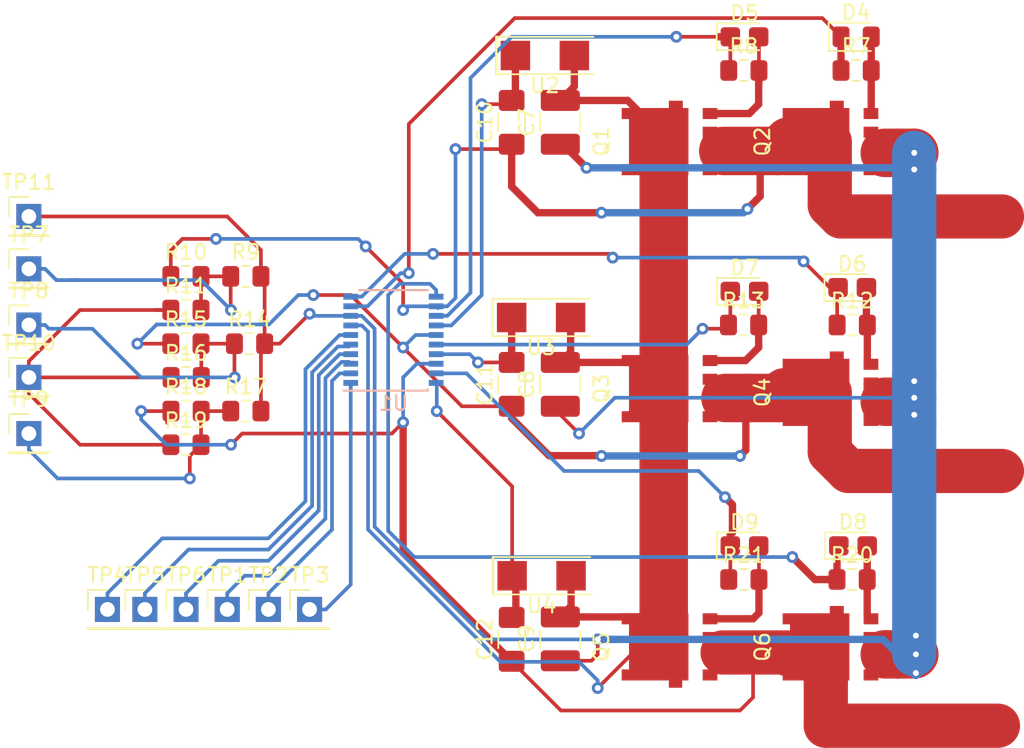
<source format=kicad_pcb>
(kicad_pcb (version 20171130) (host pcbnew "(5.1.4)-1")

  (general
    (thickness 1.6)
    (drawings 0)
    (tracks 391)
    (zones 0)
    (modules 48)
    (nets 31)
  )

  (page A4)
  (layers
    (0 F.Cu signal)
    (31 B.Cu signal)
    (32 B.Adhes user)
    (33 F.Adhes user)
    (34 B.Paste user)
    (35 F.Paste user)
    (36 B.SilkS user)
    (37 F.SilkS user)
    (38 B.Mask user)
    (39 F.Mask user)
    (40 Dwgs.User user)
    (41 Cmts.User user)
    (42 Eco1.User user)
    (43 Eco2.User user)
    (44 Edge.Cuts user)
    (45 Margin user)
    (46 B.CrtYd user)
    (47 F.CrtYd user)
    (48 B.Fab user)
    (49 F.Fab user hide)
  )

  (setup
    (last_trace_width 3)
    (user_trace_width 0.5)
    (user_trace_width 3)
    (user_trace_width 3.29)
    (trace_clearance 0.2)
    (zone_clearance 0.508)
    (zone_45_only no)
    (trace_min 0.2)
    (via_size 0.8)
    (via_drill 0.4)
    (via_min_size 0.4)
    (via_min_drill 0.3)
    (uvia_size 0.3)
    (uvia_drill 0.1)
    (uvias_allowed no)
    (uvia_min_size 0.2)
    (uvia_min_drill 0.1)
    (edge_width 0.05)
    (segment_width 0.2)
    (pcb_text_width 0.3)
    (pcb_text_size 1.5 1.5)
    (mod_edge_width 0.12)
    (mod_text_size 1 1)
    (mod_text_width 0.15)
    (pad_size 1.524 1.524)
    (pad_drill 0.762)
    (pad_to_mask_clearance 0.051)
    (solder_mask_min_width 0.25)
    (aux_axis_origin 0 0)
    (visible_elements 7FFDFFFF)
    (pcbplotparams
      (layerselection 0x010fc_ffffffff)
      (usegerberextensions false)
      (usegerberattributes false)
      (usegerberadvancedattributes false)
      (creategerberjobfile false)
      (excludeedgelayer true)
      (linewidth 0.100000)
      (plotframeref false)
      (viasonmask false)
      (mode 1)
      (useauxorigin false)
      (hpglpennumber 1)
      (hpglpenspeed 20)
      (hpglpendiameter 15.000000)
      (psnegative false)
      (psa4output false)
      (plotreference true)
      (plotvalue true)
      (plotinvisibletext false)
      (padsonsilk false)
      (subtractmaskfromsilk false)
      (outputformat 1)
      (mirror false)
      (drillshape 1)
      (scaleselection 1)
      (outputdirectory ""))
  )

  (net 0 "")
  (net 1 GND)
  (net 2 VCC)
  (net 3 PHASE_A)
  (net 4 "Net-(C10-Pad2)")
  (net 5 "Net-(C11-Pad2)")
  (net 6 PHASE_B)
  (net 7 PHASE_C)
  (net 8 "Net-(C12-Pad2)")
  (net 9 GL_A)
  (net 10 "Net-(D4-Pad2)")
  (net 11 GH_A)
  (net 12 "Net-(D5-Pad2)")
  (net 13 GL_B)
  (net 14 "Net-(D6-Pad2)")
  (net 15 "Net-(D7-Pad2)")
  (net 16 GH_B)
  (net 17 GL_C)
  (net 18 "Net-(D8-Pad2)")
  (net 19 "Net-(D9-Pad2)")
  (net 20 GH_C)
  (net 21 HIN_A)
  (net 22 HIN_B)
  (net 23 HIN_C)
  (net 24 LIN_A)
  (net 25 LIN_B)
  (net 26 LIN_C)
  (net 27 SENSE_A)
  (net 28 SENSE_COM)
  (net 29 SENSE_B)
  (net 30 SENSE_C)

  (net_class Default "This is the default net class."
    (clearance 0.2)
    (trace_width 0.25)
    (via_dia 0.8)
    (via_drill 0.4)
    (uvia_dia 0.3)
    (uvia_drill 0.1)
    (add_net GH_A)
    (add_net GH_B)
    (add_net GH_C)
    (add_net GL_A)
    (add_net GL_B)
    (add_net GL_C)
    (add_net GND)
    (add_net HIN_A)
    (add_net HIN_B)
    (add_net HIN_C)
    (add_net LIN_A)
    (add_net LIN_B)
    (add_net LIN_C)
    (add_net "Net-(C10-Pad2)")
    (add_net "Net-(C11-Pad2)")
    (add_net "Net-(C12-Pad2)")
    (add_net "Net-(D4-Pad2)")
    (add_net "Net-(D5-Pad2)")
    (add_net "Net-(D6-Pad2)")
    (add_net "Net-(D7-Pad2)")
    (add_net "Net-(D8-Pad2)")
    (add_net "Net-(D9-Pad2)")
    (add_net PHASE_A)
    (add_net PHASE_B)
    (add_net PHASE_C)
    (add_net SENSE_A)
    (add_net SENSE_B)
    (add_net SENSE_C)
    (add_net SENSE_COM)
    (add_net VCC)
  )

  (module Package_SO:SSOP-20_4.4x6.5mm_P0.65mm (layer B.Cu) (tedit 5A02F25C) (tstamp 5DB8639B)
    (at 98.658 99.811)
    (descr "SSOP20: plastic shrink small outline package; 20 leads; body width 4.4 mm; (see NXP SSOP-TSSOP-VSO-REFLOW.pdf and sot266-1_po.pdf)")
    (tags "SSOP 0.65")
    (path /5E13CC26)
    (attr smd)
    (fp_text reference U1 (at 0 4.3) (layer B.SilkS)
      (effects (font (size 1 1) (thickness 0.15)) (justify mirror))
    )
    (fp_text value FD6288 (at 0 -4.3) (layer B.Fab)
      (effects (font (size 1 1) (thickness 0.15)) (justify mirror))
    )
    (fp_text user %R (at 0 0 180) (layer B.Fab)
      (effects (font (size 0.8 0.8) (thickness 0.15)) (justify mirror))
    )
    (fp_line (start -2.325 -3.375) (end 2.325 -3.375) (layer B.SilkS) (width 0.15))
    (fp_line (start -3.4 3.45) (end 2.325 3.45) (layer B.SilkS) (width 0.15))
    (fp_line (start -2.325 -3.375) (end -2.325 -3.35) (layer B.SilkS) (width 0.15))
    (fp_line (start 2.325 -3.375) (end 2.325 -3.35) (layer B.SilkS) (width 0.15))
    (fp_line (start 2.325 3.45) (end 2.325 3.35) (layer B.SilkS) (width 0.15))
    (fp_line (start -3.65 -3.55) (end 3.65 -3.55) (layer B.CrtYd) (width 0.05))
    (fp_line (start -3.65 3.55) (end 3.65 3.55) (layer B.CrtYd) (width 0.05))
    (fp_line (start 3.65 3.55) (end 3.65 -3.55) (layer B.CrtYd) (width 0.05))
    (fp_line (start -3.65 3.55) (end -3.65 -3.55) (layer B.CrtYd) (width 0.05))
    (fp_line (start -2.2 2.25) (end -1.2 3.25) (layer B.Fab) (width 0.15))
    (fp_line (start -2.2 -3.25) (end -2.2 2.25) (layer B.Fab) (width 0.15))
    (fp_line (start 2.2 -3.25) (end -2.2 -3.25) (layer B.Fab) (width 0.15))
    (fp_line (start 2.2 3.25) (end 2.2 -3.25) (layer B.Fab) (width 0.15))
    (fp_line (start -1.2 3.25) (end 2.2 3.25) (layer B.Fab) (width 0.15))
    (pad 20 smd rect (at 2.9 2.925) (size 1 0.4) (layers B.Cu B.Paste B.Mask)
      (net 8 "Net-(C12-Pad2)"))
    (pad 19 smd rect (at 2.9 2.275) (size 1 0.4) (layers B.Cu B.Paste B.Mask)
      (net 20 GH_C))
    (pad 18 smd rect (at 2.9 1.625) (size 1 0.4) (layers B.Cu B.Paste B.Mask)
      (net 7 PHASE_C))
    (pad 17 smd rect (at 2.9 0.975) (size 1 0.4) (layers B.Cu B.Paste B.Mask)
      (net 5 "Net-(C11-Pad2)"))
    (pad 16 smd rect (at 2.9 0.325) (size 1 0.4) (layers B.Cu B.Paste B.Mask)
      (net 16 GH_B))
    (pad 15 smd rect (at 2.9 -0.325) (size 1 0.4) (layers B.Cu B.Paste B.Mask)
      (net 6 PHASE_B))
    (pad 14 smd rect (at 2.9 -0.975) (size 1 0.4) (layers B.Cu B.Paste B.Mask)
      (net 4 "Net-(C10-Pad2)"))
    (pad 13 smd rect (at 2.9 -1.625) (size 1 0.4) (layers B.Cu B.Paste B.Mask)
      (net 11 GH_A))
    (pad 12 smd rect (at 2.9 -2.275) (size 1 0.4) (layers B.Cu B.Paste B.Mask)
      (net 3 PHASE_A))
    (pad 11 smd rect (at 2.9 -2.925) (size 1 0.4) (layers B.Cu B.Paste B.Mask)
      (net 17 GL_C))
    (pad 10 smd rect (at -2.9 -2.925) (size 1 0.4) (layers B.Cu B.Paste B.Mask)
      (net 13 GL_B))
    (pad 9 smd rect (at -2.9 -2.275) (size 1 0.4) (layers B.Cu B.Paste B.Mask)
      (net 9 GL_A))
    (pad 8 smd rect (at -2.9 -1.625) (size 1 0.4) (layers B.Cu B.Paste B.Mask)
      (net 1 GND))
    (pad 7 smd rect (at -2.9 -0.975) (size 1 0.4) (layers B.Cu B.Paste B.Mask)
      (net 2 VCC))
    (pad 6 smd rect (at -2.9 -0.325) (size 1 0.4) (layers B.Cu B.Paste B.Mask)
      (net 24 LIN_A))
    (pad 5 smd rect (at -2.9 0.325) (size 1 0.4) (layers B.Cu B.Paste B.Mask)
      (net 25 LIN_B))
    (pad 4 smd rect (at -2.9 0.975) (size 1 0.4) (layers B.Cu B.Paste B.Mask)
      (net 26 LIN_C))
    (pad 3 smd rect (at -2.9 1.625) (size 1 0.4) (layers B.Cu B.Paste B.Mask)
      (net 21 HIN_A))
    (pad 2 smd rect (at -2.9 2.275) (size 1 0.4) (layers B.Cu B.Paste B.Mask)
      (net 22 HIN_B))
    (pad 1 smd rect (at -2.9 2.925) (size 1 0.4) (layers B.Cu B.Paste B.Mask)
      (net 23 HIN_C))
    (model ${KISYS3DMOD}/Package_SO.3dshapes/SSOP-20_4.4x6.5mm_P0.65mm.wrl
      (at (xyz 0 0 0))
      (scale (xyz 1 1 1))
      (rotate (xyz 0 0 0))
    )
  )

  (module Resistor_SMD:R_0805_2012Metric_Pad1.15x1.40mm_HandSolder (layer F.Cu) (tedit 5B36C52B) (tstamp 5DB862C7)
    (at 88.891 100.076)
    (descr "Resistor SMD 0805 (2012 Metric), square (rectangular) end terminal, IPC_7351 nominal with elongated pad for handsoldering. (Body size source: https://docs.google.com/spreadsheets/d/1BsfQQcO9C6DZCsRaXUlFlo91Tg2WpOkGARC1WS5S8t0/edit?usp=sharing), generated with kicad-footprint-generator")
    (tags "resistor handsolder")
    (path /5E270F66)
    (attr smd)
    (fp_text reference R14 (at 0 -1.65 180) (layer F.SilkS)
      (effects (font (size 1 1) (thickness 0.15)))
    )
    (fp_text value 33K (at 0 1.65) (layer F.Fab)
      (effects (font (size 1 1) (thickness 0.15)))
    )
    (fp_line (start -1 0.6) (end -1 -0.6) (layer F.Fab) (width 0.1))
    (fp_line (start -1 -0.6) (end 1 -0.6) (layer F.Fab) (width 0.1))
    (fp_line (start 1 -0.6) (end 1 0.6) (layer F.Fab) (width 0.1))
    (fp_line (start 1 0.6) (end -1 0.6) (layer F.Fab) (width 0.1))
    (fp_line (start -0.261252 -0.71) (end 0.261252 -0.71) (layer F.SilkS) (width 0.12))
    (fp_line (start -0.261252 0.71) (end 0.261252 0.71) (layer F.SilkS) (width 0.12))
    (fp_line (start -1.85 0.95) (end -1.85 -0.95) (layer F.CrtYd) (width 0.05))
    (fp_line (start -1.85 -0.95) (end 1.85 -0.95) (layer F.CrtYd) (width 0.05))
    (fp_line (start 1.85 -0.95) (end 1.85 0.95) (layer F.CrtYd) (width 0.05))
    (fp_line (start 1.85 0.95) (end -1.85 0.95) (layer F.CrtYd) (width 0.05))
    (fp_text user %R (at 0 0) (layer F.Fab)
      (effects (font (size 0.5 0.5) (thickness 0.08)))
    )
    (pad 1 smd roundrect (at -1.025 0) (size 1.15 1.4) (layers F.Cu F.Paste F.Mask) (roundrect_rratio 0.217391)
      (net 29 SENSE_B))
    (pad 2 smd roundrect (at 1.025 0) (size 1.15 1.4) (layers F.Cu F.Paste F.Mask) (roundrect_rratio 0.217391)
      (net 1 GND))
    (model ${KISYS3DMOD}/Resistor_SMD.3dshapes/R_0805_2012Metric.wrl
      (at (xyz 0 0 0))
      (scale (xyz 1 1 1))
      (rotate (xyz 0 0 0))
    )
  )

  (module Resistor_SMD:R_0805_2012Metric_Pad1.15x1.40mm_HandSolder (layer F.Cu) (tedit 5B36C52B) (tstamp 5DB4A09B)
    (at 129.785 116.078)
    (descr "Resistor SMD 0805 (2012 Metric), square (rectangular) end terminal, IPC_7351 nominal with elongated pad for handsoldering. (Body size source: https://docs.google.com/spreadsheets/d/1BsfQQcO9C6DZCsRaXUlFlo91Tg2WpOkGARC1WS5S8t0/edit?usp=sharing), generated with kicad-footprint-generator")
    (tags "resistor handsolder")
    (path /5E1A9C13)
    (attr smd)
    (fp_text reference R20 (at 0 -1.65) (layer F.SilkS)
      (effects (font (size 1 1) (thickness 0.15)))
    )
    (fp_text value 3.3 (at 0 1.65) (layer F.Fab)
      (effects (font (size 1 1) (thickness 0.15)))
    )
    (fp_text user %R (at 0 0) (layer F.Fab)
      (effects (font (size 0.5 0.5) (thickness 0.08)))
    )
    (fp_line (start 1.85 0.95) (end -1.85 0.95) (layer F.CrtYd) (width 0.05))
    (fp_line (start 1.85 -0.95) (end 1.85 0.95) (layer F.CrtYd) (width 0.05))
    (fp_line (start -1.85 -0.95) (end 1.85 -0.95) (layer F.CrtYd) (width 0.05))
    (fp_line (start -1.85 0.95) (end -1.85 -0.95) (layer F.CrtYd) (width 0.05))
    (fp_line (start -0.261252 0.71) (end 0.261252 0.71) (layer F.SilkS) (width 0.12))
    (fp_line (start -0.261252 -0.71) (end 0.261252 -0.71) (layer F.SilkS) (width 0.12))
    (fp_line (start 1 0.6) (end -1 0.6) (layer F.Fab) (width 0.1))
    (fp_line (start 1 -0.6) (end 1 0.6) (layer F.Fab) (width 0.1))
    (fp_line (start -1 -0.6) (end 1 -0.6) (layer F.Fab) (width 0.1))
    (fp_line (start -1 0.6) (end -1 -0.6) (layer F.Fab) (width 0.1))
    (pad 2 smd roundrect (at 1.025 0) (size 1.15 1.4) (layers F.Cu F.Paste F.Mask) (roundrect_rratio 0.217391)
      (net 18 "Net-(D8-Pad2)"))
    (pad 1 smd roundrect (at -1.025 0) (size 1.15 1.4) (layers F.Cu F.Paste F.Mask) (roundrect_rratio 0.217391)
      (net 17 GL_C))
    (model ${KISYS3DMOD}/Resistor_SMD.3dshapes/R_0805_2012Metric.wrl
      (at (xyz 0 0 0))
      (scale (xyz 1 1 1))
      (rotate (xyz 0 0 0))
    )
  )

  (module Resistor_SMD:R_0805_2012Metric_Pad1.15x1.40mm_HandSolder (layer F.Cu) (tedit 5B36C52B) (tstamp 5DB49FCF)
    (at 122.437 81.534)
    (descr "Resistor SMD 0805 (2012 Metric), square (rectangular) end terminal, IPC_7351 nominal with elongated pad for handsoldering. (Body size source: https://docs.google.com/spreadsheets/d/1BsfQQcO9C6DZCsRaXUlFlo91Tg2WpOkGARC1WS5S8t0/edit?usp=sharing), generated with kicad-footprint-generator")
    (tags "resistor handsolder")
    (path /5E19BFB6)
    (attr smd)
    (fp_text reference R8 (at 0 -1.65) (layer F.SilkS)
      (effects (font (size 1 1) (thickness 0.15)))
    )
    (fp_text value 3.3 (at 0 1.65) (layer F.Fab)
      (effects (font (size 1 1) (thickness 0.15)))
    )
    (fp_text user %R (at 0 0) (layer F.Fab)
      (effects (font (size 0.5 0.5) (thickness 0.08)))
    )
    (fp_line (start 1.85 0.95) (end -1.85 0.95) (layer F.CrtYd) (width 0.05))
    (fp_line (start 1.85 -0.95) (end 1.85 0.95) (layer F.CrtYd) (width 0.05))
    (fp_line (start -1.85 -0.95) (end 1.85 -0.95) (layer F.CrtYd) (width 0.05))
    (fp_line (start -1.85 0.95) (end -1.85 -0.95) (layer F.CrtYd) (width 0.05))
    (fp_line (start -0.261252 0.71) (end 0.261252 0.71) (layer F.SilkS) (width 0.12))
    (fp_line (start -0.261252 -0.71) (end 0.261252 -0.71) (layer F.SilkS) (width 0.12))
    (fp_line (start 1 0.6) (end -1 0.6) (layer F.Fab) (width 0.1))
    (fp_line (start 1 -0.6) (end 1 0.6) (layer F.Fab) (width 0.1))
    (fp_line (start -1 -0.6) (end 1 -0.6) (layer F.Fab) (width 0.1))
    (fp_line (start -1 0.6) (end -1 -0.6) (layer F.Fab) (width 0.1))
    (pad 2 smd roundrect (at 1.025 0) (size 1.15 1.4) (layers F.Cu F.Paste F.Mask) (roundrect_rratio 0.217391)
      (net 12 "Net-(D5-Pad2)"))
    (pad 1 smd roundrect (at -1.025 0) (size 1.15 1.4) (layers F.Cu F.Paste F.Mask) (roundrect_rratio 0.217391)
      (net 11 GH_A))
    (model ${KISYS3DMOD}/Resistor_SMD.3dshapes/R_0805_2012Metric.wrl
      (at (xyz 0 0 0))
      (scale (xyz 1 1 1))
      (rotate (xyz 0 0 0))
    )
  )

  (module Diode_SMD:D_0805_2012Metric_Castellated (layer F.Cu) (tedit 5B36C52B) (tstamp 5DB49ECD)
    (at 122.4815 96.52)
    (descr "Diode SMD 0805 (2012 Metric), castellated end terminal, IPC_7351 nominal, (Body size source: https://docs.google.com/spreadsheets/d/1BsfQQcO9C6DZCsRaXUlFlo91Tg2WpOkGARC1WS5S8t0/edit?usp=sharing), generated with kicad-footprint-generator")
    (tags "diode castellated")
    (path /5E1A72E2)
    (attr smd)
    (fp_text reference D7 (at 0 -1.6) (layer F.SilkS)
      (effects (font (size 1 1) (thickness 0.15)))
    )
    (fp_text value 1N4148 (at 0 1.6) (layer F.Fab)
      (effects (font (size 1 1) (thickness 0.15)))
    )
    (fp_text user %R (at 0 0) (layer F.Fab)
      (effects (font (size 0.5 0.5) (thickness 0.08)))
    )
    (fp_line (start 1.88 0.9) (end -1.88 0.9) (layer F.CrtYd) (width 0.05))
    (fp_line (start 1.88 -0.9) (end 1.88 0.9) (layer F.CrtYd) (width 0.05))
    (fp_line (start -1.88 -0.9) (end 1.88 -0.9) (layer F.CrtYd) (width 0.05))
    (fp_line (start -1.88 0.9) (end -1.88 -0.9) (layer F.CrtYd) (width 0.05))
    (fp_line (start -1.885 0.91) (end 1 0.91) (layer F.SilkS) (width 0.12))
    (fp_line (start -1.885 -0.91) (end -1.885 0.91) (layer F.SilkS) (width 0.12))
    (fp_line (start 1 -0.91) (end -1.885 -0.91) (layer F.SilkS) (width 0.12))
    (fp_line (start 1 0.6) (end 1 -0.6) (layer F.Fab) (width 0.1))
    (fp_line (start -1 0.6) (end 1 0.6) (layer F.Fab) (width 0.1))
    (fp_line (start -1 -0.3) (end -1 0.6) (layer F.Fab) (width 0.1))
    (fp_line (start -0.7 -0.6) (end -1 -0.3) (layer F.Fab) (width 0.1))
    (fp_line (start 1 -0.6) (end -0.7 -0.6) (layer F.Fab) (width 0.1))
    (pad 2 smd roundrect (at 0.9625 0) (size 1.325 1.3) (layers F.Cu F.Paste F.Mask) (roundrect_rratio 0.192308)
      (net 15 "Net-(D7-Pad2)"))
    (pad 1 smd roundrect (at -0.9625 0) (size 1.325 1.3) (layers F.Cu F.Paste F.Mask) (roundrect_rratio 0.192308)
      (net 16 GH_B))
    (model ${KISYS3DMOD}/Diode_SMD.3dshapes/D_0805_2012Metric_Castellated.wrl
      (at (xyz 0 0 0))
      (scale (xyz 1 1 1))
      (rotate (xyz 0 0 0))
    )
  )

  (module half_bridge_v1.0:MURA110T3 (layer F.Cu) (tedit 5DB43237) (tstamp 5DB4A140)
    (at 108.68 98.298 180)
    (path /5E37659D)
    (attr smd)
    (fp_text reference U3 (at 0 -2.032) (layer F.SilkS)
      (effects (font (size 1 1) (thickness 0.15)))
    )
    (fp_text value MURA110T3 (at 0 2.032) (layer F.Fab)
      (effects (font (size 1 1) (thickness 0.15)))
    )
    (fp_line (start -3.302 -1.27) (end 3.302 -1.27) (layer F.SilkS) (width 0.12))
    (fp_line (start 3.302 -1.27) (end 3.302 1.27) (layer F.SilkS) (width 0.16))
    (fp_line (start 3.302 1.27) (end -3.302 1.27) (layer F.SilkS) (width 0.12))
    (pad 2 smd rect (at -2 0 180) (size 2 2) (layers F.Cu F.Paste F.Mask)
      (net 2 VCC))
    (pad 1 smd rect (at 2 0 180) (size 2 2) (layers F.Cu F.Paste F.Mask)
      (net 5 "Net-(C11-Pad2)"))
  )

  (module half_bridge_v1.0:MURA110T3 (layer F.Cu) (tedit 5DB43237) (tstamp 5DB4A137)
    (at 108.934 80.518 180)
    (path /5E36D732)
    (attr smd)
    (fp_text reference U2 (at 0 -2.032) (layer F.SilkS)
      (effects (font (size 1 1) (thickness 0.15)))
    )
    (fp_text value MURA110T3 (at 0 2.032) (layer F.Fab)
      (effects (font (size 1 1) (thickness 0.15)))
    )
    (fp_line (start 3.302 1.27) (end -3.302 1.27) (layer F.SilkS) (width 0.12))
    (fp_line (start 3.302 -1.27) (end 3.302 1.27) (layer F.SilkS) (width 0.16))
    (fp_line (start -3.302 -1.27) (end 3.302 -1.27) (layer F.SilkS) (width 0.12))
    (pad 1 smd rect (at 2 0 180) (size 2 2) (layers F.Cu F.Paste F.Mask)
      (net 4 "Net-(C10-Pad2)"))
    (pad 2 smd rect (at -2 0 180) (size 2 2) (layers F.Cu F.Paste F.Mask)
      (net 2 VCC))
  )

  (module Capacitor_SMD:C_1210_3225Metric_Pad1.42x2.65mm_HandSolder (layer F.Cu) (tedit 5B301BBE) (tstamp 5DB49E2C)
    (at 109.982 85.0535 90)
    (descr "Capacitor SMD 1210 (3225 Metric), square (rectangular) end terminal, IPC_7351 nominal with elongated pad for handsoldering. (Body size source: http://www.tortai-tech.com/upload/download/2011102023233369053.pdf), generated with kicad-footprint-generator")
    (tags "capacitor handsolder")
    (path /5E24D435)
    (attr smd)
    (fp_text reference C7 (at 0 -2.28 90) (layer F.SilkS)
      (effects (font (size 1 1) (thickness 0.15)))
    )
    (fp_text value 1uF (at 0 2.28 90) (layer F.Fab)
      (effects (font (size 1 1) (thickness 0.15)))
    )
    (fp_text user %R (at 0 0 90) (layer F.Fab)
      (effects (font (size 0.8 0.8) (thickness 0.12)))
    )
    (fp_line (start 2.45 1.58) (end -2.45 1.58) (layer F.CrtYd) (width 0.05))
    (fp_line (start 2.45 -1.58) (end 2.45 1.58) (layer F.CrtYd) (width 0.05))
    (fp_line (start -2.45 -1.58) (end 2.45 -1.58) (layer F.CrtYd) (width 0.05))
    (fp_line (start -2.45 1.58) (end -2.45 -1.58) (layer F.CrtYd) (width 0.05))
    (fp_line (start -0.602064 1.36) (end 0.602064 1.36) (layer F.SilkS) (width 0.12))
    (fp_line (start -0.602064 -1.36) (end 0.602064 -1.36) (layer F.SilkS) (width 0.12))
    (fp_line (start 1.6 1.25) (end -1.6 1.25) (layer F.Fab) (width 0.1))
    (fp_line (start 1.6 -1.25) (end 1.6 1.25) (layer F.Fab) (width 0.1))
    (fp_line (start -1.6 -1.25) (end 1.6 -1.25) (layer F.Fab) (width 0.1))
    (fp_line (start -1.6 1.25) (end -1.6 -1.25) (layer F.Fab) (width 0.1))
    (pad 2 smd roundrect (at 1.4875 0 90) (size 1.425 2.65) (layers F.Cu F.Paste F.Mask) (roundrect_rratio 0.175439)
      (net 2 VCC))
    (pad 1 smd roundrect (at -1.4875 0 90) (size 1.425 2.65) (layers F.Cu F.Paste F.Mask) (roundrect_rratio 0.175439)
      (net 1 GND))
    (model ${KISYS3DMOD}/Capacitor_SMD.3dshapes/C_1210_3225Metric.wrl
      (at (xyz 0 0 0))
      (scale (xyz 1 1 1))
      (rotate (xyz 0 0 0))
    )
  )

  (module Capacitor_SMD:C_1210_3225Metric_Pad1.42x2.65mm_HandSolder (layer F.Cu) (tedit 5B301BBE) (tstamp 5DB49E3D)
    (at 109.982 102.8335 90)
    (descr "Capacitor SMD 1210 (3225 Metric), square (rectangular) end terminal, IPC_7351 nominal with elongated pad for handsoldering. (Body size source: http://www.tortai-tech.com/upload/download/2011102023233369053.pdf), generated with kicad-footprint-generator")
    (tags "capacitor handsolder")
    (path /5E24DA6C)
    (attr smd)
    (fp_text reference C8 (at 0 -2.28 90) (layer F.SilkS)
      (effects (font (size 1 1) (thickness 0.15)))
    )
    (fp_text value 1uF (at 0 2.28 90) (layer F.Fab)
      (effects (font (size 1 1) (thickness 0.15)))
    )
    (fp_line (start -1.6 1.25) (end -1.6 -1.25) (layer F.Fab) (width 0.1))
    (fp_line (start -1.6 -1.25) (end 1.6 -1.25) (layer F.Fab) (width 0.1))
    (fp_line (start 1.6 -1.25) (end 1.6 1.25) (layer F.Fab) (width 0.1))
    (fp_line (start 1.6 1.25) (end -1.6 1.25) (layer F.Fab) (width 0.1))
    (fp_line (start -0.602064 -1.36) (end 0.602064 -1.36) (layer F.SilkS) (width 0.12))
    (fp_line (start -0.602064 1.36) (end 0.602064 1.36) (layer F.SilkS) (width 0.12))
    (fp_line (start -2.45 1.58) (end -2.45 -1.58) (layer F.CrtYd) (width 0.05))
    (fp_line (start -2.45 -1.58) (end 2.45 -1.58) (layer F.CrtYd) (width 0.05))
    (fp_line (start 2.45 -1.58) (end 2.45 1.58) (layer F.CrtYd) (width 0.05))
    (fp_line (start 2.45 1.58) (end -2.45 1.58) (layer F.CrtYd) (width 0.05))
    (fp_text user %R (at 0 0 90) (layer F.Fab)
      (effects (font (size 0.8 0.8) (thickness 0.12)))
    )
    (pad 1 smd roundrect (at -1.4875 0 90) (size 1.425 2.65) (layers F.Cu F.Paste F.Mask) (roundrect_rratio 0.175439)
      (net 1 GND))
    (pad 2 smd roundrect (at 1.4875 0 90) (size 1.425 2.65) (layers F.Cu F.Paste F.Mask) (roundrect_rratio 0.175439)
      (net 2 VCC))
    (model ${KISYS3DMOD}/Capacitor_SMD.3dshapes/C_1210_3225Metric.wrl
      (at (xyz 0 0 0))
      (scale (xyz 1 1 1))
      (rotate (xyz 0 0 0))
    )
  )

  (module Capacitor_SMD:C_1210_3225Metric_Pad1.42x2.65mm_HandSolder (layer F.Cu) (tedit 5B301BBE) (tstamp 5DB49E4E)
    (at 109.982 120.1055 90)
    (descr "Capacitor SMD 1210 (3225 Metric), square (rectangular) end terminal, IPC_7351 nominal with elongated pad for handsoldering. (Body size source: http://www.tortai-tech.com/upload/download/2011102023233369053.pdf), generated with kicad-footprint-generator")
    (tags "capacitor handsolder")
    (path /5E24E372)
    (attr smd)
    (fp_text reference C9 (at 0 -2.28 90) (layer F.SilkS)
      (effects (font (size 1 1) (thickness 0.15)))
    )
    (fp_text value 1uF (at 0 2.28 90) (layer F.Fab)
      (effects (font (size 1 1) (thickness 0.15)))
    )
    (fp_line (start -1.6 1.25) (end -1.6 -1.25) (layer F.Fab) (width 0.1))
    (fp_line (start -1.6 -1.25) (end 1.6 -1.25) (layer F.Fab) (width 0.1))
    (fp_line (start 1.6 -1.25) (end 1.6 1.25) (layer F.Fab) (width 0.1))
    (fp_line (start 1.6 1.25) (end -1.6 1.25) (layer F.Fab) (width 0.1))
    (fp_line (start -0.602064 -1.36) (end 0.602064 -1.36) (layer F.SilkS) (width 0.12))
    (fp_line (start -0.602064 1.36) (end 0.602064 1.36) (layer F.SilkS) (width 0.12))
    (fp_line (start -2.45 1.58) (end -2.45 -1.58) (layer F.CrtYd) (width 0.05))
    (fp_line (start -2.45 -1.58) (end 2.45 -1.58) (layer F.CrtYd) (width 0.05))
    (fp_line (start 2.45 -1.58) (end 2.45 1.58) (layer F.CrtYd) (width 0.05))
    (fp_line (start 2.45 1.58) (end -2.45 1.58) (layer F.CrtYd) (width 0.05))
    (fp_text user %R (at 0 0 90) (layer F.Fab)
      (effects (font (size 0.8 0.8) (thickness 0.12)))
    )
    (pad 1 smd roundrect (at -1.4875 0 90) (size 1.425 2.65) (layers F.Cu F.Paste F.Mask) (roundrect_rratio 0.175439)
      (net 1 GND))
    (pad 2 smd roundrect (at 1.4875 0 90) (size 1.425 2.65) (layers F.Cu F.Paste F.Mask) (roundrect_rratio 0.175439)
      (net 2 VCC))
    (model ${KISYS3DMOD}/Capacitor_SMD.3dshapes/C_1210_3225Metric.wrl
      (at (xyz 0 0 0))
      (scale (xyz 1 1 1))
      (rotate (xyz 0 0 0))
    )
  )

  (module Capacitor_SMD:C_1206_3216Metric_Pad1.42x1.75mm_HandSolder (layer F.Cu) (tedit 5B301BBE) (tstamp 5DB49E5F)
    (at 106.68 85.0535 90)
    (descr "Capacitor SMD 1206 (3216 Metric), square (rectangular) end terminal, IPC_7351 nominal with elongated pad for handsoldering. (Body size source: http://www.tortai-tech.com/upload/download/2011102023233369053.pdf), generated with kicad-footprint-generator")
    (tags "capacitor handsolder")
    (path /5E1E7DD1)
    (attr smd)
    (fp_text reference C10 (at 0 -1.82 90) (layer F.SilkS)
      (effects (font (size 1 1) (thickness 0.15)))
    )
    (fp_text value 100nF (at 0 1.82 90) (layer F.Fab)
      (effects (font (size 1 1) (thickness 0.15)))
    )
    (fp_line (start -1.6 0.8) (end -1.6 -0.8) (layer F.Fab) (width 0.1))
    (fp_line (start -1.6 -0.8) (end 1.6 -0.8) (layer F.Fab) (width 0.1))
    (fp_line (start 1.6 -0.8) (end 1.6 0.8) (layer F.Fab) (width 0.1))
    (fp_line (start 1.6 0.8) (end -1.6 0.8) (layer F.Fab) (width 0.1))
    (fp_line (start -0.602064 -0.91) (end 0.602064 -0.91) (layer F.SilkS) (width 0.12))
    (fp_line (start -0.602064 0.91) (end 0.602064 0.91) (layer F.SilkS) (width 0.12))
    (fp_line (start -2.45 1.12) (end -2.45 -1.12) (layer F.CrtYd) (width 0.05))
    (fp_line (start -2.45 -1.12) (end 2.45 -1.12) (layer F.CrtYd) (width 0.05))
    (fp_line (start 2.45 -1.12) (end 2.45 1.12) (layer F.CrtYd) (width 0.05))
    (fp_line (start 2.45 1.12) (end -2.45 1.12) (layer F.CrtYd) (width 0.05))
    (fp_text user %R (at 0 0 90) (layer F.Fab)
      (effects (font (size 0.8 0.8) (thickness 0.12)))
    )
    (pad 1 smd roundrect (at -1.4875 0 90) (size 1.425 1.75) (layers F.Cu F.Paste F.Mask) (roundrect_rratio 0.175439)
      (net 3 PHASE_A))
    (pad 2 smd roundrect (at 1.4875 0 90) (size 1.425 1.75) (layers F.Cu F.Paste F.Mask) (roundrect_rratio 0.175439)
      (net 4 "Net-(C10-Pad2)"))
    (model ${KISYS3DMOD}/Capacitor_SMD.3dshapes/C_1206_3216Metric.wrl
      (at (xyz 0 0 0))
      (scale (xyz 1 1 1))
      (rotate (xyz 0 0 0))
    )
  )

  (module Capacitor_SMD:C_1206_3216Metric_Pad1.42x1.75mm_HandSolder (layer F.Cu) (tedit 5B301BBE) (tstamp 5DB49E70)
    (at 106.68 102.8335 90)
    (descr "Capacitor SMD 1206 (3216 Metric), square (rectangular) end terminal, IPC_7351 nominal with elongated pad for handsoldering. (Body size source: http://www.tortai-tech.com/upload/download/2011102023233369053.pdf), generated with kicad-footprint-generator")
    (tags "capacitor handsolder")
    (path /5E1E5795)
    (attr smd)
    (fp_text reference C11 (at 0 -1.82 90) (layer F.SilkS)
      (effects (font (size 1 1) (thickness 0.15)))
    )
    (fp_text value 100nF (at 0 1.82 90) (layer F.Fab)
      (effects (font (size 1 1) (thickness 0.15)))
    )
    (fp_text user %R (at 0 0 90) (layer F.Fab)
      (effects (font (size 0.8 0.8) (thickness 0.12)))
    )
    (fp_line (start 2.45 1.12) (end -2.45 1.12) (layer F.CrtYd) (width 0.05))
    (fp_line (start 2.45 -1.12) (end 2.45 1.12) (layer F.CrtYd) (width 0.05))
    (fp_line (start -2.45 -1.12) (end 2.45 -1.12) (layer F.CrtYd) (width 0.05))
    (fp_line (start -2.45 1.12) (end -2.45 -1.12) (layer F.CrtYd) (width 0.05))
    (fp_line (start -0.602064 0.91) (end 0.602064 0.91) (layer F.SilkS) (width 0.12))
    (fp_line (start -0.602064 -0.91) (end 0.602064 -0.91) (layer F.SilkS) (width 0.12))
    (fp_line (start 1.6 0.8) (end -1.6 0.8) (layer F.Fab) (width 0.1))
    (fp_line (start 1.6 -0.8) (end 1.6 0.8) (layer F.Fab) (width 0.1))
    (fp_line (start -1.6 -0.8) (end 1.6 -0.8) (layer F.Fab) (width 0.1))
    (fp_line (start -1.6 0.8) (end -1.6 -0.8) (layer F.Fab) (width 0.1))
    (pad 2 smd roundrect (at 1.4875 0 90) (size 1.425 1.75) (layers F.Cu F.Paste F.Mask) (roundrect_rratio 0.175439)
      (net 5 "Net-(C11-Pad2)"))
    (pad 1 smd roundrect (at -1.4875 0 90) (size 1.425 1.75) (layers F.Cu F.Paste F.Mask) (roundrect_rratio 0.175439)
      (net 6 PHASE_B))
    (model ${KISYS3DMOD}/Capacitor_SMD.3dshapes/C_1206_3216Metric.wrl
      (at (xyz 0 0 0))
      (scale (xyz 1 1 1))
      (rotate (xyz 0 0 0))
    )
  )

  (module Capacitor_SMD:C_1206_3216Metric_Pad1.42x1.75mm_HandSolder (layer F.Cu) (tedit 5B301BBE) (tstamp 5DB49E81)
    (at 106.68 120.142 90)
    (descr "Capacitor SMD 1206 (3216 Metric), square (rectangular) end terminal, IPC_7351 nominal with elongated pad for handsoldering. (Body size source: http://www.tortai-tech.com/upload/download/2011102023233369053.pdf), generated with kicad-footprint-generator")
    (tags "capacitor handsolder")
    (path /5E1DF121)
    (attr smd)
    (fp_text reference C12 (at 0 -1.82 90) (layer F.SilkS)
      (effects (font (size 1 1) (thickness 0.15)))
    )
    (fp_text value 100nF (at 0 1.82 90) (layer F.Fab)
      (effects (font (size 1 1) (thickness 0.15)))
    )
    (fp_line (start -1.6 0.8) (end -1.6 -0.8) (layer F.Fab) (width 0.1))
    (fp_line (start -1.6 -0.8) (end 1.6 -0.8) (layer F.Fab) (width 0.1))
    (fp_line (start 1.6 -0.8) (end 1.6 0.8) (layer F.Fab) (width 0.1))
    (fp_line (start 1.6 0.8) (end -1.6 0.8) (layer F.Fab) (width 0.1))
    (fp_line (start -0.602064 -0.91) (end 0.602064 -0.91) (layer F.SilkS) (width 0.12))
    (fp_line (start -0.602064 0.91) (end 0.602064 0.91) (layer F.SilkS) (width 0.12))
    (fp_line (start -2.45 1.12) (end -2.45 -1.12) (layer F.CrtYd) (width 0.05))
    (fp_line (start -2.45 -1.12) (end 2.45 -1.12) (layer F.CrtYd) (width 0.05))
    (fp_line (start 2.45 -1.12) (end 2.45 1.12) (layer F.CrtYd) (width 0.05))
    (fp_line (start 2.45 1.12) (end -2.45 1.12) (layer F.CrtYd) (width 0.05))
    (fp_text user %R (at 0 0 90) (layer F.Fab)
      (effects (font (size 0.8 0.8) (thickness 0.12)))
    )
    (pad 1 smd roundrect (at -1.4875 0 90) (size 1.425 1.75) (layers F.Cu F.Paste F.Mask) (roundrect_rratio 0.175439)
      (net 7 PHASE_C))
    (pad 2 smd roundrect (at 1.4875 0 90) (size 1.425 1.75) (layers F.Cu F.Paste F.Mask) (roundrect_rratio 0.175439)
      (net 8 "Net-(C12-Pad2)"))
    (model ${KISYS3DMOD}/Capacitor_SMD.3dshapes/C_1206_3216Metric.wrl
      (at (xyz 0 0 0))
      (scale (xyz 1 1 1))
      (rotate (xyz 0 0 0))
    )
  )

  (module Diode_SMD:D_0805_2012Metric_Pad1.15x1.40mm_HandSolder (layer F.Cu) (tedit 5B4B45C8) (tstamp 5DB49E94)
    (at 130.057 79.248)
    (descr "Diode SMD 0805 (2012 Metric), square (rectangular) end terminal, IPC_7351 nominal, (Body size source: https://docs.google.com/spreadsheets/d/1BsfQQcO9C6DZCsRaXUlFlo91Tg2WpOkGARC1WS5S8t0/edit?usp=sharing), generated with kicad-footprint-generator")
    (tags "diode handsolder")
    (path /5E1955D1)
    (attr smd)
    (fp_text reference D4 (at 0 -1.65) (layer F.SilkS)
      (effects (font (size 1 1) (thickness 0.15)))
    )
    (fp_text value 1N4148 (at 0 1.65) (layer F.Fab)
      (effects (font (size 1 1) (thickness 0.15)))
    )
    (fp_line (start 1 -0.6) (end -0.7 -0.6) (layer F.Fab) (width 0.1))
    (fp_line (start -0.7 -0.6) (end -1 -0.3) (layer F.Fab) (width 0.1))
    (fp_line (start -1 -0.3) (end -1 0.6) (layer F.Fab) (width 0.1))
    (fp_line (start -1 0.6) (end 1 0.6) (layer F.Fab) (width 0.1))
    (fp_line (start 1 0.6) (end 1 -0.6) (layer F.Fab) (width 0.1))
    (fp_line (start 1 -0.96) (end -1.86 -0.96) (layer F.SilkS) (width 0.12))
    (fp_line (start -1.86 -0.96) (end -1.86 0.96) (layer F.SilkS) (width 0.12))
    (fp_line (start -1.86 0.96) (end 1 0.96) (layer F.SilkS) (width 0.12))
    (fp_line (start -1.85 0.95) (end -1.85 -0.95) (layer F.CrtYd) (width 0.05))
    (fp_line (start -1.85 -0.95) (end 1.85 -0.95) (layer F.CrtYd) (width 0.05))
    (fp_line (start 1.85 -0.95) (end 1.85 0.95) (layer F.CrtYd) (width 0.05))
    (fp_line (start 1.85 0.95) (end -1.85 0.95) (layer F.CrtYd) (width 0.05))
    (fp_text user %R (at 0 0) (layer F.Fab)
      (effects (font (size 0.5 0.5) (thickness 0.08)))
    )
    (pad 1 smd roundrect (at -1.025 0) (size 1.15 1.4) (layers F.Cu F.Paste F.Mask) (roundrect_rratio 0.217391)
      (net 9 GL_A))
    (pad 2 smd roundrect (at 1.025 0) (size 1.15 1.4) (layers F.Cu F.Paste F.Mask) (roundrect_rratio 0.217391)
      (net 10 "Net-(D4-Pad2)"))
    (model ${KISYS3DMOD}/Diode_SMD.3dshapes/D_0805_2012Metric.wrl
      (at (xyz 0 0 0))
      (scale (xyz 1 1 1))
      (rotate (xyz 0 0 0))
    )
  )

  (module Diode_SMD:D_0805_2012Metric_Castellated (layer F.Cu) (tedit 5B36C52B) (tstamp 5DB49EA7)
    (at 122.4815 79.248)
    (descr "Diode SMD 0805 (2012 Metric), castellated end terminal, IPC_7351 nominal, (Body size source: https://docs.google.com/spreadsheets/d/1BsfQQcO9C6DZCsRaXUlFlo91Tg2WpOkGARC1WS5S8t0/edit?usp=sharing), generated with kicad-footprint-generator")
    (tags "diode castellated")
    (path /5E1A1108)
    (attr smd)
    (fp_text reference D5 (at 0 -1.6) (layer F.SilkS)
      (effects (font (size 1 1) (thickness 0.15)))
    )
    (fp_text value 1N4148 (at 0 1.6) (layer F.Fab)
      (effects (font (size 1 1) (thickness 0.15)))
    )
    (fp_line (start 1 -0.6) (end -0.7 -0.6) (layer F.Fab) (width 0.1))
    (fp_line (start -0.7 -0.6) (end -1 -0.3) (layer F.Fab) (width 0.1))
    (fp_line (start -1 -0.3) (end -1 0.6) (layer F.Fab) (width 0.1))
    (fp_line (start -1 0.6) (end 1 0.6) (layer F.Fab) (width 0.1))
    (fp_line (start 1 0.6) (end 1 -0.6) (layer F.Fab) (width 0.1))
    (fp_line (start 1 -0.91) (end -1.885 -0.91) (layer F.SilkS) (width 0.12))
    (fp_line (start -1.885 -0.91) (end -1.885 0.91) (layer F.SilkS) (width 0.12))
    (fp_line (start -1.885 0.91) (end 1 0.91) (layer F.SilkS) (width 0.12))
    (fp_line (start -1.88 0.9) (end -1.88 -0.9) (layer F.CrtYd) (width 0.05))
    (fp_line (start -1.88 -0.9) (end 1.88 -0.9) (layer F.CrtYd) (width 0.05))
    (fp_line (start 1.88 -0.9) (end 1.88 0.9) (layer F.CrtYd) (width 0.05))
    (fp_line (start 1.88 0.9) (end -1.88 0.9) (layer F.CrtYd) (width 0.05))
    (fp_text user %R (at 0 0) (layer F.Fab)
      (effects (font (size 0.5 0.5) (thickness 0.08)))
    )
    (pad 1 smd roundrect (at -0.9625 0) (size 1.325 1.3) (layers F.Cu F.Paste F.Mask) (roundrect_rratio 0.192308)
      (net 11 GH_A))
    (pad 2 smd roundrect (at 0.9625 0) (size 1.325 1.3) (layers F.Cu F.Paste F.Mask) (roundrect_rratio 0.192308)
      (net 12 "Net-(D5-Pad2)"))
    (model ${KISYS3DMOD}/Diode_SMD.3dshapes/D_0805_2012Metric_Castellated.wrl
      (at (xyz 0 0 0))
      (scale (xyz 1 1 1))
      (rotate (xyz 0 0 0))
    )
  )

  (module Diode_SMD:D_0805_2012Metric_Castellated (layer F.Cu) (tedit 5B36C52B) (tstamp 5DB49EBA)
    (at 129.794 96.266)
    (descr "Diode SMD 0805 (2012 Metric), castellated end terminal, IPC_7351 nominal, (Body size source: https://docs.google.com/spreadsheets/d/1BsfQQcO9C6DZCsRaXUlFlo91Tg2WpOkGARC1WS5S8t0/edit?usp=sharing), generated with kicad-footprint-generator")
    (tags "diode castellated")
    (path /5E1A72CC)
    (attr smd)
    (fp_text reference D6 (at 0 -1.6) (layer F.SilkS)
      (effects (font (size 1 1) (thickness 0.15)))
    )
    (fp_text value 1N4148 (at 0 1.6) (layer F.Fab)
      (effects (font (size 1 1) (thickness 0.15)))
    )
    (fp_line (start 1 -0.6) (end -0.7 -0.6) (layer F.Fab) (width 0.1))
    (fp_line (start -0.7 -0.6) (end -1 -0.3) (layer F.Fab) (width 0.1))
    (fp_line (start -1 -0.3) (end -1 0.6) (layer F.Fab) (width 0.1))
    (fp_line (start -1 0.6) (end 1 0.6) (layer F.Fab) (width 0.1))
    (fp_line (start 1 0.6) (end 1 -0.6) (layer F.Fab) (width 0.1))
    (fp_line (start 1 -0.91) (end -1.885 -0.91) (layer F.SilkS) (width 0.12))
    (fp_line (start -1.885 -0.91) (end -1.885 0.91) (layer F.SilkS) (width 0.12))
    (fp_line (start -1.885 0.91) (end 1 0.91) (layer F.SilkS) (width 0.12))
    (fp_line (start -1.88 0.9) (end -1.88 -0.9) (layer F.CrtYd) (width 0.05))
    (fp_line (start -1.88 -0.9) (end 1.88 -0.9) (layer F.CrtYd) (width 0.05))
    (fp_line (start 1.88 -0.9) (end 1.88 0.9) (layer F.CrtYd) (width 0.05))
    (fp_line (start 1.88 0.9) (end -1.88 0.9) (layer F.CrtYd) (width 0.05))
    (fp_text user %R (at 0 0) (layer F.Fab)
      (effects (font (size 0.5 0.5) (thickness 0.08)))
    )
    (pad 1 smd roundrect (at -0.9625 0) (size 1.325 1.3) (layers F.Cu F.Paste F.Mask) (roundrect_rratio 0.192308)
      (net 13 GL_B))
    (pad 2 smd roundrect (at 0.9625 0) (size 1.325 1.3) (layers F.Cu F.Paste F.Mask) (roundrect_rratio 0.192308)
      (net 14 "Net-(D6-Pad2)"))
    (model ${KISYS3DMOD}/Diode_SMD.3dshapes/D_0805_2012Metric_Castellated.wrl
      (at (xyz 0 0 0))
      (scale (xyz 1 1 1))
      (rotate (xyz 0 0 0))
    )
  )

  (module Diode_SMD:D_0805_2012Metric_Castellated (layer F.Cu) (tedit 5B36C52B) (tstamp 5DB49EE0)
    (at 129.8475 113.792)
    (descr "Diode SMD 0805 (2012 Metric), castellated end terminal, IPC_7351 nominal, (Body size source: https://docs.google.com/spreadsheets/d/1BsfQQcO9C6DZCsRaXUlFlo91Tg2WpOkGARC1WS5S8t0/edit?usp=sharing), generated with kicad-footprint-generator")
    (tags "diode castellated")
    (path /5E1A9C1B)
    (attr smd)
    (fp_text reference D8 (at 0 -1.6) (layer F.SilkS)
      (effects (font (size 1 1) (thickness 0.15)))
    )
    (fp_text value 1N4148 (at 0 1.6) (layer F.Fab)
      (effects (font (size 1 1) (thickness 0.15)))
    )
    (fp_line (start 1 -0.6) (end -0.7 -0.6) (layer F.Fab) (width 0.1))
    (fp_line (start -0.7 -0.6) (end -1 -0.3) (layer F.Fab) (width 0.1))
    (fp_line (start -1 -0.3) (end -1 0.6) (layer F.Fab) (width 0.1))
    (fp_line (start -1 0.6) (end 1 0.6) (layer F.Fab) (width 0.1))
    (fp_line (start 1 0.6) (end 1 -0.6) (layer F.Fab) (width 0.1))
    (fp_line (start 1 -0.91) (end -1.885 -0.91) (layer F.SilkS) (width 0.12))
    (fp_line (start -1.885 -0.91) (end -1.885 0.91) (layer F.SilkS) (width 0.12))
    (fp_line (start -1.885 0.91) (end 1 0.91) (layer F.SilkS) (width 0.12))
    (fp_line (start -1.88 0.9) (end -1.88 -0.9) (layer F.CrtYd) (width 0.05))
    (fp_line (start -1.88 -0.9) (end 1.88 -0.9) (layer F.CrtYd) (width 0.05))
    (fp_line (start 1.88 -0.9) (end 1.88 0.9) (layer F.CrtYd) (width 0.05))
    (fp_line (start 1.88 0.9) (end -1.88 0.9) (layer F.CrtYd) (width 0.05))
    (fp_text user %R (at 0 0) (layer F.Fab)
      (effects (font (size 0.5 0.5) (thickness 0.08)))
    )
    (pad 1 smd roundrect (at -0.9625 0) (size 1.325 1.3) (layers F.Cu F.Paste F.Mask) (roundrect_rratio 0.192308)
      (net 17 GL_C))
    (pad 2 smd roundrect (at 0.9625 0) (size 1.325 1.3) (layers F.Cu F.Paste F.Mask) (roundrect_rratio 0.192308)
      (net 18 "Net-(D8-Pad2)"))
    (model ${KISYS3DMOD}/Diode_SMD.3dshapes/D_0805_2012Metric_Castellated.wrl
      (at (xyz 0 0 0))
      (scale (xyz 1 1 1))
      (rotate (xyz 0 0 0))
    )
  )

  (module Diode_SMD:D_0805_2012Metric_Castellated (layer F.Cu) (tedit 5B36C52B) (tstamp 5DB49EF3)
    (at 122.4815 113.792)
    (descr "Diode SMD 0805 (2012 Metric), castellated end terminal, IPC_7351 nominal, (Body size source: https://docs.google.com/spreadsheets/d/1BsfQQcO9C6DZCsRaXUlFlo91Tg2WpOkGARC1WS5S8t0/edit?usp=sharing), generated with kicad-footprint-generator")
    (tags "diode castellated")
    (path /5E1A9C31)
    (attr smd)
    (fp_text reference D9 (at 0 -1.6) (layer F.SilkS)
      (effects (font (size 1 1) (thickness 0.15)))
    )
    (fp_text value 1N4148 (at 0 1.6) (layer F.Fab)
      (effects (font (size 1 1) (thickness 0.15)))
    )
    (fp_text user %R (at 0 0) (layer F.Fab)
      (effects (font (size 0.5 0.5) (thickness 0.08)))
    )
    (fp_line (start 1.88 0.9) (end -1.88 0.9) (layer F.CrtYd) (width 0.05))
    (fp_line (start 1.88 -0.9) (end 1.88 0.9) (layer F.CrtYd) (width 0.05))
    (fp_line (start -1.88 -0.9) (end 1.88 -0.9) (layer F.CrtYd) (width 0.05))
    (fp_line (start -1.88 0.9) (end -1.88 -0.9) (layer F.CrtYd) (width 0.05))
    (fp_line (start -1.885 0.91) (end 1 0.91) (layer F.SilkS) (width 0.12))
    (fp_line (start -1.885 -0.91) (end -1.885 0.91) (layer F.SilkS) (width 0.12))
    (fp_line (start 1 -0.91) (end -1.885 -0.91) (layer F.SilkS) (width 0.12))
    (fp_line (start 1 0.6) (end 1 -0.6) (layer F.Fab) (width 0.1))
    (fp_line (start -1 0.6) (end 1 0.6) (layer F.Fab) (width 0.1))
    (fp_line (start -1 -0.3) (end -1 0.6) (layer F.Fab) (width 0.1))
    (fp_line (start -0.7 -0.6) (end -1 -0.3) (layer F.Fab) (width 0.1))
    (fp_line (start 1 -0.6) (end -0.7 -0.6) (layer F.Fab) (width 0.1))
    (pad 2 smd roundrect (at 0.9625 0) (size 1.325 1.3) (layers F.Cu F.Paste F.Mask) (roundrect_rratio 0.192308)
      (net 19 "Net-(D9-Pad2)"))
    (pad 1 smd roundrect (at -0.9625 0) (size 1.325 1.3) (layers F.Cu F.Paste F.Mask) (roundrect_rratio 0.192308)
      (net 20 GH_C))
    (model ${KISYS3DMOD}/Diode_SMD.3dshapes/D_0805_2012Metric_Castellated.wrl
      (at (xyz 0 0 0))
      (scale (xyz 1 1 1))
      (rotate (xyz 0 0 0))
    )
  )

  (module half_bridge_fd6288_v1:NTMS5C430 (layer F.Cu) (tedit 5DB48D0D) (tstamp 5DB49F01)
    (at 117.348 86.36 90)
    (path /5E13F7CD)
    (fp_text reference Q1 (at 0 -4.572 90) (layer F.SilkS)
      (effects (font (size 1 1) (thickness 0.15)))
    )
    (fp_text value Q_NMOS_DGS (at 0 4.826 90) (layer F.Fab)
      (effects (font (size 1 1) (thickness 0.15)))
    )
    (fp_line (start -3.048 0) (end -3.048 -3.556) (layer B.CrtYd) (width 0.12))
    (fp_line (start -3.048 -3.556) (end 3.048 -3.556) (layer B.CrtYd) (width 0.12))
    (fp_line (start 3.048 -3.556) (end 3.048 3.556) (layer B.CrtYd) (width 0.12))
    (fp_line (start 3.048 3.556) (end -3.048 3.556) (layer B.CrtYd) (width 0.12))
    (fp_line (start -3.048 3.556) (end -3.048 0) (layer B.CrtYd) (width 0.12))
    (pad 1 smd custom (at 0 0 90) (size 1.524 1.524) (layers F.Cu F.Paste F.Mask)
      (net 2 VCC) (zone_connect 0)
      (options (clearance outline) (anchor rect))
      (primitives
        (gr_poly (pts
           (xy 2.28 1.33) (xy 2.28 0.95) (xy 2.775 0.95) (xy 2.775 0) (xy 2.28 0)
           (xy 2.28 -3.2) (xy 1.53 -3.2) (xy 1.53 -2.705) (xy -1.53 -2.705) (xy -1.53 -3.2)
           (xy -2.28 -3.2) (xy -2.28 0) (xy -2.775 0) (xy -2.775 0.905) (xy -2.28 0.905)
           (xy -2.28 1.33)) (width 0))
      ))
    (pad 2 smd rect (at 1.905 2.795 90) (size 0.75 1) (layers F.Cu F.Paste F.Mask)
      (net 12 "Net-(D5-Pad2)") (zone_connect 0))
    (pad 3 smd rect (at 0.635 2.795 90) (size 0.75 1) (layers F.Cu F.Paste F.Mask)
      (net 3 PHASE_A) (zone_connect 0))
    (pad 3 smd rect (at -0.635 2.795 90) (size 0.75 1) (layers F.Cu F.Paste F.Mask)
      (net 3 PHASE_A) (zone_connect 0))
    (pad 3 smd rect (at -1.905 2.795 90) (size 0.75 1) (layers F.Cu F.Paste F.Mask)
      (net 3 PHASE_A) (zone_connect 0))
  )

  (module half_bridge_fd6288_v1:NTMS5C430 (layer F.Cu) (tedit 5DB48D0D) (tstamp 5DB49F0F)
    (at 128.27 86.36 90)
    (path /5E140447)
    (fp_text reference Q2 (at 0 -4.572 90) (layer F.SilkS)
      (effects (font (size 1 1) (thickness 0.15)))
    )
    (fp_text value Q_NMOS_DGS (at 0 4.826 90) (layer F.Fab)
      (effects (font (size 1 1) (thickness 0.15)))
    )
    (fp_line (start -3.048 3.556) (end -3.048 0) (layer B.CrtYd) (width 0.12))
    (fp_line (start 3.048 3.556) (end -3.048 3.556) (layer B.CrtYd) (width 0.12))
    (fp_line (start 3.048 -3.556) (end 3.048 3.556) (layer B.CrtYd) (width 0.12))
    (fp_line (start -3.048 -3.556) (end 3.048 -3.556) (layer B.CrtYd) (width 0.12))
    (fp_line (start -3.048 0) (end -3.048 -3.556) (layer B.CrtYd) (width 0.12))
    (pad 3 smd rect (at -1.905 2.795 90) (size 0.75 1) (layers F.Cu F.Paste F.Mask)
      (net 1 GND) (zone_connect 0))
    (pad 3 smd rect (at -0.635 2.795 90) (size 0.75 1) (layers F.Cu F.Paste F.Mask)
      (net 1 GND) (zone_connect 0))
    (pad 3 smd rect (at 0.635 2.795 90) (size 0.75 1) (layers F.Cu F.Paste F.Mask)
      (net 1 GND) (zone_connect 0))
    (pad 2 smd rect (at 1.905 2.795 90) (size 0.75 1) (layers F.Cu F.Paste F.Mask)
      (net 10 "Net-(D4-Pad2)") (zone_connect 0))
    (pad 1 smd custom (at 0 0 90) (size 1.524 1.524) (layers F.Cu F.Paste F.Mask)
      (net 3 PHASE_A) (zone_connect 0)
      (options (clearance outline) (anchor rect))
      (primitives
        (gr_poly (pts
           (xy 2.28 1.33) (xy 2.28 0.95) (xy 2.775 0.95) (xy 2.775 0) (xy 2.28 0)
           (xy 2.28 -3.2) (xy 1.53 -3.2) (xy 1.53 -2.705) (xy -1.53 -2.705) (xy -1.53 -3.2)
           (xy -2.28 -3.2) (xy -2.28 0) (xy -2.775 0) (xy -2.775 0.905) (xy -2.28 0.905)
           (xy -2.28 1.33)) (width 0))
      ))
  )

  (module half_bridge_fd6288_v1:NTMS5C430 (layer F.Cu) (tedit 5DB48D0D) (tstamp 5DB49F1D)
    (at 117.348 103.124 90)
    (path /5E1A72AE)
    (fp_text reference Q3 (at 0 -4.572 90) (layer F.SilkS)
      (effects (font (size 1 1) (thickness 0.15)))
    )
    (fp_text value Q_NMOS_DGS (at 0 4.826 90) (layer F.Fab)
      (effects (font (size 1 1) (thickness 0.15)))
    )
    (fp_line (start -3.048 0) (end -3.048 -3.556) (layer B.CrtYd) (width 0.12))
    (fp_line (start -3.048 -3.556) (end 3.048 -3.556) (layer B.CrtYd) (width 0.12))
    (fp_line (start 3.048 -3.556) (end 3.048 3.556) (layer B.CrtYd) (width 0.12))
    (fp_line (start 3.048 3.556) (end -3.048 3.556) (layer B.CrtYd) (width 0.12))
    (fp_line (start -3.048 3.556) (end -3.048 0) (layer B.CrtYd) (width 0.12))
    (pad 1 smd custom (at 0 0 90) (size 1.524 1.524) (layers F.Cu F.Paste F.Mask)
      (net 2 VCC) (zone_connect 0)
      (options (clearance outline) (anchor rect))
      (primitives
        (gr_poly (pts
           (xy 2.28 1.33) (xy 2.28 0.95) (xy 2.775 0.95) (xy 2.775 0) (xy 2.28 0)
           (xy 2.28 -3.2) (xy 1.53 -3.2) (xy 1.53 -2.705) (xy -1.53 -2.705) (xy -1.53 -3.2)
           (xy -2.28 -3.2) (xy -2.28 0) (xy -2.775 0) (xy -2.775 0.905) (xy -2.28 0.905)
           (xy -2.28 1.33)) (width 0))
      ))
    (pad 2 smd rect (at 1.905 2.795 90) (size 0.75 1) (layers F.Cu F.Paste F.Mask)
      (net 15 "Net-(D7-Pad2)") (zone_connect 0))
    (pad 3 smd rect (at 0.635 2.795 90) (size 0.75 1) (layers F.Cu F.Paste F.Mask)
      (net 6 PHASE_B) (zone_connect 0))
    (pad 3 smd rect (at -0.635 2.795 90) (size 0.75 1) (layers F.Cu F.Paste F.Mask)
      (net 6 PHASE_B) (zone_connect 0))
    (pad 3 smd rect (at -1.905 2.795 90) (size 0.75 1) (layers F.Cu F.Paste F.Mask)
      (net 6 PHASE_B) (zone_connect 0))
  )

  (module half_bridge_fd6288_v1:NTMS5C430 (layer F.Cu) (tedit 5DB48D0D) (tstamp 5DB99194)
    (at 128.27 103.378 90)
    (path /5E1A72B4)
    (fp_text reference Q4 (at 0 -4.572 90) (layer F.SilkS)
      (effects (font (size 1 1) (thickness 0.15)))
    )
    (fp_text value Q_NMOS_DGS (at 0 4.826 90) (layer F.Fab)
      (effects (font (size 1 1) (thickness 0.15)))
    )
    (fp_line (start -3.048 3.556) (end -3.048 0) (layer B.CrtYd) (width 0.12))
    (fp_line (start 3.048 3.556) (end -3.048 3.556) (layer B.CrtYd) (width 0.12))
    (fp_line (start 3.048 -3.556) (end 3.048 3.556) (layer B.CrtYd) (width 0.12))
    (fp_line (start -3.048 -3.556) (end 3.048 -3.556) (layer B.CrtYd) (width 0.12))
    (fp_line (start -3.048 0) (end -3.048 -3.556) (layer B.CrtYd) (width 0.12))
    (pad 3 smd rect (at -1.905 2.795 90) (size 0.75 1) (layers F.Cu F.Paste F.Mask)
      (net 1 GND) (zone_connect 0))
    (pad 3 smd rect (at -0.635 2.795 90) (size 0.75 1) (layers F.Cu F.Paste F.Mask)
      (net 1 GND) (zone_connect 0))
    (pad 3 smd rect (at 0.635 2.795 90) (size 0.75 1) (layers F.Cu F.Paste F.Mask)
      (net 1 GND) (zone_connect 0))
    (pad 2 smd rect (at 1.905 2.795 90) (size 0.75 1) (layers F.Cu F.Paste F.Mask)
      (net 14 "Net-(D6-Pad2)") (zone_connect 0))
    (pad 1 smd custom (at 0 0 90) (size 1.524 1.524) (layers F.Cu F.Paste F.Mask)
      (net 6 PHASE_B) (zone_connect 0)
      (options (clearance outline) (anchor rect))
      (primitives
        (gr_poly (pts
           (xy 2.28 1.33) (xy 2.28 0.95) (xy 2.775 0.95) (xy 2.775 0) (xy 2.28 0)
           (xy 2.28 -3.2) (xy 1.53 -3.2) (xy 1.53 -2.705) (xy -1.53 -2.705) (xy -1.53 -3.2)
           (xy -2.28 -3.2) (xy -2.28 0) (xy -2.775 0) (xy -2.775 0.905) (xy -2.28 0.905)
           (xy -2.28 1.33)) (width 0))
      ))
  )

  (module half_bridge_fd6288_v1:NTMS5C430 (layer F.Cu) (tedit 5DB48D0D) (tstamp 5DB49F39)
    (at 117.348 120.65 90)
    (path /5E1A9BFD)
    (fp_text reference Q5 (at 0 -4.572 90) (layer F.SilkS)
      (effects (font (size 1 1) (thickness 0.15)))
    )
    (fp_text value Q_NMOS_DGS (at 0 4.826 90) (layer F.Fab)
      (effects (font (size 1 1) (thickness 0.15)))
    )
    (fp_line (start -3.048 3.556) (end -3.048 0) (layer B.CrtYd) (width 0.12))
    (fp_line (start 3.048 3.556) (end -3.048 3.556) (layer B.CrtYd) (width 0.12))
    (fp_line (start 3.048 -3.556) (end 3.048 3.556) (layer B.CrtYd) (width 0.12))
    (fp_line (start -3.048 -3.556) (end 3.048 -3.556) (layer B.CrtYd) (width 0.12))
    (fp_line (start -3.048 0) (end -3.048 -3.556) (layer B.CrtYd) (width 0.12))
    (pad 3 smd rect (at -1.905 2.795 90) (size 0.75 1) (layers F.Cu F.Paste F.Mask)
      (net 7 PHASE_C) (zone_connect 0))
    (pad 3 smd rect (at -0.635 2.795 90) (size 0.75 1) (layers F.Cu F.Paste F.Mask)
      (net 7 PHASE_C) (zone_connect 0))
    (pad 3 smd rect (at 0.635 2.795 90) (size 0.75 1) (layers F.Cu F.Paste F.Mask)
      (net 7 PHASE_C) (zone_connect 0))
    (pad 2 smd rect (at 1.905 2.795 90) (size 0.75 1) (layers F.Cu F.Paste F.Mask)
      (net 19 "Net-(D9-Pad2)") (zone_connect 0))
    (pad 1 smd custom (at 0 0 90) (size 1.524 1.524) (layers F.Cu F.Paste F.Mask)
      (net 2 VCC) (zone_connect 0)
      (options (clearance outline) (anchor rect))
      (primitives
        (gr_poly (pts
           (xy 2.28 1.33) (xy 2.28 0.95) (xy 2.775 0.95) (xy 2.775 0) (xy 2.28 0)
           (xy 2.28 -3.2) (xy 1.53 -3.2) (xy 1.53 -2.705) (xy -1.53 -2.705) (xy -1.53 -3.2)
           (xy -2.28 -3.2) (xy -2.28 0) (xy -2.775 0) (xy -2.775 0.905) (xy -2.28 0.905)
           (xy -2.28 1.33)) (width 0))
      ))
  )

  (module half_bridge_fd6288_v1:NTMS5C430 (layer F.Cu) (tedit 5DB48D0D) (tstamp 5DB49F47)
    (at 128.27 120.65 90)
    (path /5E1A9C03)
    (fp_text reference Q6 (at 0 -4.572 90) (layer F.SilkS)
      (effects (font (size 1 1) (thickness 0.15)))
    )
    (fp_text value Q_NMOS_DGS (at 0 4.826 90) (layer F.Fab)
      (effects (font (size 1 1) (thickness 0.15)))
    )
    (fp_line (start -3.048 0) (end -3.048 -3.556) (layer B.CrtYd) (width 0.12))
    (fp_line (start -3.048 -3.556) (end 3.048 -3.556) (layer B.CrtYd) (width 0.12))
    (fp_line (start 3.048 -3.556) (end 3.048 3.556) (layer B.CrtYd) (width 0.12))
    (fp_line (start 3.048 3.556) (end -3.048 3.556) (layer B.CrtYd) (width 0.12))
    (fp_line (start -3.048 3.556) (end -3.048 0) (layer B.CrtYd) (width 0.12))
    (pad 1 smd custom (at 0 0 90) (size 1.524 1.524) (layers F.Cu F.Paste F.Mask)
      (net 7 PHASE_C) (zone_connect 0)
      (options (clearance outline) (anchor rect))
      (primitives
        (gr_poly (pts
           (xy 2.28 1.33) (xy 2.28 0.95) (xy 2.775 0.95) (xy 2.775 0) (xy 2.28 0)
           (xy 2.28 -3.2) (xy 1.53 -3.2) (xy 1.53 -2.705) (xy -1.53 -2.705) (xy -1.53 -3.2)
           (xy -2.28 -3.2) (xy -2.28 0) (xy -2.775 0) (xy -2.775 0.905) (xy -2.28 0.905)
           (xy -2.28 1.33)) (width 0))
      ))
    (pad 2 smd rect (at 1.905 2.795 90) (size 0.75 1) (layers F.Cu F.Paste F.Mask)
      (net 18 "Net-(D8-Pad2)") (zone_connect 0))
    (pad 3 smd rect (at 0.635 2.795 90) (size 0.75 1) (layers F.Cu F.Paste F.Mask)
      (net 1 GND) (zone_connect 0))
    (pad 3 smd rect (at -0.635 2.795 90) (size 0.75 1) (layers F.Cu F.Paste F.Mask)
      (net 1 GND) (zone_connect 0))
    (pad 3 smd rect (at -1.905 2.795 90) (size 0.75 1) (layers F.Cu F.Paste F.Mask)
      (net 1 GND) (zone_connect 0))
  )

  (module Resistor_SMD:R_0805_2012Metric_Pad1.15x1.40mm_HandSolder (layer F.Cu) (tedit 5B36C52B) (tstamp 5DB49FBE)
    (at 130.057 81.534)
    (descr "Resistor SMD 0805 (2012 Metric), square (rectangular) end terminal, IPC_7351 nominal with elongated pad for handsoldering. (Body size source: https://docs.google.com/spreadsheets/d/1BsfQQcO9C6DZCsRaXUlFlo91Tg2WpOkGARC1WS5S8t0/edit?usp=sharing), generated with kicad-footprint-generator")
    (tags "resistor handsolder")
    (path /5E1935FB)
    (attr smd)
    (fp_text reference R7 (at 0 -1.65) (layer F.SilkS)
      (effects (font (size 1 1) (thickness 0.15)))
    )
    (fp_text value 3.3 (at 0 1.65) (layer F.Fab)
      (effects (font (size 1 1) (thickness 0.15)))
    )
    (fp_line (start -1 0.6) (end -1 -0.6) (layer F.Fab) (width 0.1))
    (fp_line (start -1 -0.6) (end 1 -0.6) (layer F.Fab) (width 0.1))
    (fp_line (start 1 -0.6) (end 1 0.6) (layer F.Fab) (width 0.1))
    (fp_line (start 1 0.6) (end -1 0.6) (layer F.Fab) (width 0.1))
    (fp_line (start -0.261252 -0.71) (end 0.261252 -0.71) (layer F.SilkS) (width 0.12))
    (fp_line (start -0.261252 0.71) (end 0.261252 0.71) (layer F.SilkS) (width 0.12))
    (fp_line (start -1.85 0.95) (end -1.85 -0.95) (layer F.CrtYd) (width 0.05))
    (fp_line (start -1.85 -0.95) (end 1.85 -0.95) (layer F.CrtYd) (width 0.05))
    (fp_line (start 1.85 -0.95) (end 1.85 0.95) (layer F.CrtYd) (width 0.05))
    (fp_line (start 1.85 0.95) (end -1.85 0.95) (layer F.CrtYd) (width 0.05))
    (fp_text user %R (at 0 0) (layer F.Fab)
      (effects (font (size 0.5 0.5) (thickness 0.08)))
    )
    (pad 1 smd roundrect (at -1.025 0) (size 1.15 1.4) (layers F.Cu F.Paste F.Mask) (roundrect_rratio 0.217391)
      (net 9 GL_A))
    (pad 2 smd roundrect (at 1.025 0) (size 1.15 1.4) (layers F.Cu F.Paste F.Mask) (roundrect_rratio 0.217391)
      (net 10 "Net-(D4-Pad2)"))
    (model ${KISYS3DMOD}/Resistor_SMD.3dshapes/R_0805_2012Metric.wrl
      (at (xyz 0 0 0))
      (scale (xyz 1 1 1))
      (rotate (xyz 0 0 0))
    )
  )

  (module Resistor_SMD:R_0805_2012Metric_Pad1.15x1.40mm_HandSolder (layer F.Cu) (tedit 5B36C52B) (tstamp 5DB4A013)
    (at 129.794 98.806)
    (descr "Resistor SMD 0805 (2012 Metric), square (rectangular) end terminal, IPC_7351 nominal with elongated pad for handsoldering. (Body size source: https://docs.google.com/spreadsheets/d/1BsfQQcO9C6DZCsRaXUlFlo91Tg2WpOkGARC1WS5S8t0/edit?usp=sharing), generated with kicad-footprint-generator")
    (tags "resistor handsolder")
    (path /5E1A72C4)
    (attr smd)
    (fp_text reference R12 (at 0 -1.65) (layer F.SilkS)
      (effects (font (size 1 1) (thickness 0.15)))
    )
    (fp_text value 3.3 (at 0 1.65) (layer F.Fab)
      (effects (font (size 1 1) (thickness 0.15)))
    )
    (fp_line (start -1 0.6) (end -1 -0.6) (layer F.Fab) (width 0.1))
    (fp_line (start -1 -0.6) (end 1 -0.6) (layer F.Fab) (width 0.1))
    (fp_line (start 1 -0.6) (end 1 0.6) (layer F.Fab) (width 0.1))
    (fp_line (start 1 0.6) (end -1 0.6) (layer F.Fab) (width 0.1))
    (fp_line (start -0.261252 -0.71) (end 0.261252 -0.71) (layer F.SilkS) (width 0.12))
    (fp_line (start -0.261252 0.71) (end 0.261252 0.71) (layer F.SilkS) (width 0.12))
    (fp_line (start -1.85 0.95) (end -1.85 -0.95) (layer F.CrtYd) (width 0.05))
    (fp_line (start -1.85 -0.95) (end 1.85 -0.95) (layer F.CrtYd) (width 0.05))
    (fp_line (start 1.85 -0.95) (end 1.85 0.95) (layer F.CrtYd) (width 0.05))
    (fp_line (start 1.85 0.95) (end -1.85 0.95) (layer F.CrtYd) (width 0.05))
    (fp_text user %R (at 0 0) (layer F.Fab)
      (effects (font (size 0.5 0.5) (thickness 0.08)))
    )
    (pad 1 smd roundrect (at -1.025 0) (size 1.15 1.4) (layers F.Cu F.Paste F.Mask) (roundrect_rratio 0.217391)
      (net 13 GL_B))
    (pad 2 smd roundrect (at 1.025 0) (size 1.15 1.4) (layers F.Cu F.Paste F.Mask) (roundrect_rratio 0.217391)
      (net 14 "Net-(D6-Pad2)"))
    (model ${KISYS3DMOD}/Resistor_SMD.3dshapes/R_0805_2012Metric.wrl
      (at (xyz 0 0 0))
      (scale (xyz 1 1 1))
      (rotate (xyz 0 0 0))
    )
  )

  (module Resistor_SMD:R_0805_2012Metric_Pad1.15x1.40mm_HandSolder (layer F.Cu) (tedit 5B36C52B) (tstamp 5DB4A024)
    (at 122.419 98.806)
    (descr "Resistor SMD 0805 (2012 Metric), square (rectangular) end terminal, IPC_7351 nominal with elongated pad for handsoldering. (Body size source: https://docs.google.com/spreadsheets/d/1BsfQQcO9C6DZCsRaXUlFlo91Tg2WpOkGARC1WS5S8t0/edit?usp=sharing), generated with kicad-footprint-generator")
    (tags "resistor handsolder")
    (path /5E1A72DA)
    (attr smd)
    (fp_text reference R13 (at 0 -1.65) (layer F.SilkS)
      (effects (font (size 1 1) (thickness 0.15)))
    )
    (fp_text value 3.3 (at 0 1.65) (layer F.Fab)
      (effects (font (size 1 1) (thickness 0.15)))
    )
    (fp_text user %R (at 0 0) (layer F.Fab)
      (effects (font (size 0.5 0.5) (thickness 0.08)))
    )
    (fp_line (start 1.85 0.95) (end -1.85 0.95) (layer F.CrtYd) (width 0.05))
    (fp_line (start 1.85 -0.95) (end 1.85 0.95) (layer F.CrtYd) (width 0.05))
    (fp_line (start -1.85 -0.95) (end 1.85 -0.95) (layer F.CrtYd) (width 0.05))
    (fp_line (start -1.85 0.95) (end -1.85 -0.95) (layer F.CrtYd) (width 0.05))
    (fp_line (start -0.261252 0.71) (end 0.261252 0.71) (layer F.SilkS) (width 0.12))
    (fp_line (start -0.261252 -0.71) (end 0.261252 -0.71) (layer F.SilkS) (width 0.12))
    (fp_line (start 1 0.6) (end -1 0.6) (layer F.Fab) (width 0.1))
    (fp_line (start 1 -0.6) (end 1 0.6) (layer F.Fab) (width 0.1))
    (fp_line (start -1 -0.6) (end 1 -0.6) (layer F.Fab) (width 0.1))
    (fp_line (start -1 0.6) (end -1 -0.6) (layer F.Fab) (width 0.1))
    (pad 2 smd roundrect (at 1.025 0) (size 1.15 1.4) (layers F.Cu F.Paste F.Mask) (roundrect_rratio 0.217391)
      (net 15 "Net-(D7-Pad2)"))
    (pad 1 smd roundrect (at -1.025 0) (size 1.15 1.4) (layers F.Cu F.Paste F.Mask) (roundrect_rratio 0.217391)
      (net 16 GH_B))
    (model ${KISYS3DMOD}/Resistor_SMD.3dshapes/R_0805_2012Metric.wrl
      (at (xyz 0 0 0))
      (scale (xyz 1 1 1))
      (rotate (xyz 0 0 0))
    )
  )

  (module Resistor_SMD:R_0805_2012Metric_Pad1.15x1.40mm_HandSolder (layer F.Cu) (tedit 5B36C52B) (tstamp 5DB4A0AC)
    (at 122.437 116.078)
    (descr "Resistor SMD 0805 (2012 Metric), square (rectangular) end terminal, IPC_7351 nominal with elongated pad for handsoldering. (Body size source: https://docs.google.com/spreadsheets/d/1BsfQQcO9C6DZCsRaXUlFlo91Tg2WpOkGARC1WS5S8t0/edit?usp=sharing), generated with kicad-footprint-generator")
    (tags "resistor handsolder")
    (path /5E1A9C29)
    (attr smd)
    (fp_text reference R21 (at 0 -1.65) (layer F.SilkS)
      (effects (font (size 1 1) (thickness 0.15)))
    )
    (fp_text value 3.3 (at 0 1.65) (layer F.Fab)
      (effects (font (size 1 1) (thickness 0.15)))
    )
    (fp_line (start -1 0.6) (end -1 -0.6) (layer F.Fab) (width 0.1))
    (fp_line (start -1 -0.6) (end 1 -0.6) (layer F.Fab) (width 0.1))
    (fp_line (start 1 -0.6) (end 1 0.6) (layer F.Fab) (width 0.1))
    (fp_line (start 1 0.6) (end -1 0.6) (layer F.Fab) (width 0.1))
    (fp_line (start -0.261252 -0.71) (end 0.261252 -0.71) (layer F.SilkS) (width 0.12))
    (fp_line (start -0.261252 0.71) (end 0.261252 0.71) (layer F.SilkS) (width 0.12))
    (fp_line (start -1.85 0.95) (end -1.85 -0.95) (layer F.CrtYd) (width 0.05))
    (fp_line (start -1.85 -0.95) (end 1.85 -0.95) (layer F.CrtYd) (width 0.05))
    (fp_line (start 1.85 -0.95) (end 1.85 0.95) (layer F.CrtYd) (width 0.05))
    (fp_line (start 1.85 0.95) (end -1.85 0.95) (layer F.CrtYd) (width 0.05))
    (fp_text user %R (at 0 0) (layer F.Fab)
      (effects (font (size 0.5 0.5) (thickness 0.08)))
    )
    (pad 1 smd roundrect (at -1.025 0) (size 1.15 1.4) (layers F.Cu F.Paste F.Mask) (roundrect_rratio 0.217391)
      (net 20 GH_C))
    (pad 2 smd roundrect (at 1.025 0) (size 1.15 1.4) (layers F.Cu F.Paste F.Mask) (roundrect_rratio 0.217391)
      (net 19 "Net-(D9-Pad2)"))
    (model ${KISYS3DMOD}/Resistor_SMD.3dshapes/R_0805_2012Metric.wrl
      (at (xyz 0 0 0))
      (scale (xyz 1 1 1))
      (rotate (xyz 0 0 0))
    )
  )

  (module half_bridge_v1.0:MURA110T3 (layer F.Cu) (tedit 5DB43237) (tstamp 5DB4A149)
    (at 108.712 115.824 180)
    (path /5E37E1C3)
    (attr smd)
    (fp_text reference U4 (at 0 -2.032) (layer F.SilkS)
      (effects (font (size 1 1) (thickness 0.15)))
    )
    (fp_text value MURA110T3 (at 0 2.032) (layer F.Fab)
      (effects (font (size 1 1) (thickness 0.15)))
    )
    (fp_line (start 3.302 1.27) (end -3.302 1.27) (layer F.SilkS) (width 0.12))
    (fp_line (start 3.302 -1.27) (end 3.302 1.27) (layer F.SilkS) (width 0.16))
    (fp_line (start -3.302 -1.27) (end 3.302 -1.27) (layer F.SilkS) (width 0.12))
    (pad 1 smd rect (at 2 0 180) (size 2 2) (layers F.Cu F.Paste F.Mask)
      (net 8 "Net-(C12-Pad2)"))
    (pad 2 smd rect (at -2 0 180) (size 2 2) (layers F.Cu F.Paste F.Mask)
      (net 2 VCC))
  )

  (module Resistor_SMD:R_0805_2012Metric_Pad1.15x1.40mm_HandSolder (layer F.Cu) (tedit 5B36C52B) (tstamp 5DB86294)
    (at 88.637 95.504)
    (descr "Resistor SMD 0805 (2012 Metric), square (rectangular) end terminal, IPC_7351 nominal with elongated pad for handsoldering. (Body size source: https://docs.google.com/spreadsheets/d/1BsfQQcO9C6DZCsRaXUlFlo91Tg2WpOkGARC1WS5S8t0/edit?usp=sharing), generated with kicad-footprint-generator")
    (tags "resistor handsolder")
    (path /5E25098E)
    (attr smd)
    (fp_text reference R9 (at 0 -1.65) (layer F.SilkS)
      (effects (font (size 1 1) (thickness 0.15)))
    )
    (fp_text value 33K (at 0 1.65) (layer F.Fab)
      (effects (font (size 1 1) (thickness 0.15)))
    )
    (fp_line (start -1 0.6) (end -1 -0.6) (layer F.Fab) (width 0.1))
    (fp_line (start -1 -0.6) (end 1 -0.6) (layer F.Fab) (width 0.1))
    (fp_line (start 1 -0.6) (end 1 0.6) (layer F.Fab) (width 0.1))
    (fp_line (start 1 0.6) (end -1 0.6) (layer F.Fab) (width 0.1))
    (fp_line (start -0.261252 -0.71) (end 0.261252 -0.71) (layer F.SilkS) (width 0.12))
    (fp_line (start -0.261252 0.71) (end 0.261252 0.71) (layer F.SilkS) (width 0.12))
    (fp_line (start -1.85 0.95) (end -1.85 -0.95) (layer F.CrtYd) (width 0.05))
    (fp_line (start -1.85 -0.95) (end 1.85 -0.95) (layer F.CrtYd) (width 0.05))
    (fp_line (start 1.85 -0.95) (end 1.85 0.95) (layer F.CrtYd) (width 0.05))
    (fp_line (start 1.85 0.95) (end -1.85 0.95) (layer F.CrtYd) (width 0.05))
    (fp_text user %R (at 0 0) (layer F.Fab)
      (effects (font (size 0.5 0.5) (thickness 0.08)))
    )
    (pad 1 smd roundrect (at -1.025 0) (size 1.15 1.4) (layers F.Cu F.Paste F.Mask) (roundrect_rratio 0.217391)
      (net 27 SENSE_A))
    (pad 2 smd roundrect (at 1.025 0) (size 1.15 1.4) (layers F.Cu F.Paste F.Mask) (roundrect_rratio 0.217391)
      (net 1 GND))
    (model ${KISYS3DMOD}/Resistor_SMD.3dshapes/R_0805_2012Metric.wrl
      (at (xyz 0 0 0))
      (scale (xyz 1 1 1))
      (rotate (xyz 0 0 0))
    )
  )

  (module Resistor_SMD:R_0805_2012Metric_Pad1.15x1.40mm_HandSolder (layer F.Cu) (tedit 5B36C52B) (tstamp 5DB862A5)
    (at 84.573 95.504)
    (descr "Resistor SMD 0805 (2012 Metric), square (rectangular) end terminal, IPC_7351 nominal with elongated pad for handsoldering. (Body size source: https://docs.google.com/spreadsheets/d/1BsfQQcO9C6DZCsRaXUlFlo91Tg2WpOkGARC1WS5S8t0/edit?usp=sharing), generated with kicad-footprint-generator")
    (tags "resistor handsolder")
    (path /5E2503AF)
    (attr smd)
    (fp_text reference R10 (at 0 -1.65) (layer F.SilkS)
      (effects (font (size 1 1) (thickness 0.15)))
    )
    (fp_text value 120K (at 0 1.65) (layer F.Fab)
      (effects (font (size 1 1) (thickness 0.15)))
    )
    (fp_text user %R (at 0 0) (layer F.Fab)
      (effects (font (size 0.5 0.5) (thickness 0.08)))
    )
    (fp_line (start 1.85 0.95) (end -1.85 0.95) (layer F.CrtYd) (width 0.05))
    (fp_line (start 1.85 -0.95) (end 1.85 0.95) (layer F.CrtYd) (width 0.05))
    (fp_line (start -1.85 -0.95) (end 1.85 -0.95) (layer F.CrtYd) (width 0.05))
    (fp_line (start -1.85 0.95) (end -1.85 -0.95) (layer F.CrtYd) (width 0.05))
    (fp_line (start -0.261252 0.71) (end 0.261252 0.71) (layer F.SilkS) (width 0.12))
    (fp_line (start -0.261252 -0.71) (end 0.261252 -0.71) (layer F.SilkS) (width 0.12))
    (fp_line (start 1 0.6) (end -1 0.6) (layer F.Fab) (width 0.1))
    (fp_line (start 1 -0.6) (end 1 0.6) (layer F.Fab) (width 0.1))
    (fp_line (start -1 -0.6) (end 1 -0.6) (layer F.Fab) (width 0.1))
    (fp_line (start -1 0.6) (end -1 -0.6) (layer F.Fab) (width 0.1))
    (pad 2 smd roundrect (at 1.025 0) (size 1.15 1.4) (layers F.Cu F.Paste F.Mask) (roundrect_rratio 0.217391)
      (net 27 SENSE_A))
    (pad 1 smd roundrect (at -1.025 0) (size 1.15 1.4) (layers F.Cu F.Paste F.Mask) (roundrect_rratio 0.217391)
      (net 3 PHASE_A))
    (model ${KISYS3DMOD}/Resistor_SMD.3dshapes/R_0805_2012Metric.wrl
      (at (xyz 0 0 0))
      (scale (xyz 1 1 1))
      (rotate (xyz 0 0 0))
    )
  )

  (module Resistor_SMD:R_0805_2012Metric_Pad1.15x1.40mm_HandSolder (layer F.Cu) (tedit 5B36C52B) (tstamp 5DB8B235)
    (at 84.573 97.79)
    (descr "Resistor SMD 0805 (2012 Metric), square (rectangular) end terminal, IPC_7351 nominal with elongated pad for handsoldering. (Body size source: https://docs.google.com/spreadsheets/d/1BsfQQcO9C6DZCsRaXUlFlo91Tg2WpOkGARC1WS5S8t0/edit?usp=sharing), generated with kicad-footprint-generator")
    (tags "resistor handsolder")
    (path /5E25108F)
    (attr smd)
    (fp_text reference R11 (at 0 -1.65) (layer F.SilkS)
      (effects (font (size 1 1) (thickness 0.15)))
    )
    (fp_text value 3.3K (at 0 1.65) (layer F.Fab)
      (effects (font (size 1 1) (thickness 0.15)))
    )
    (fp_line (start -1 0.6) (end -1 -0.6) (layer F.Fab) (width 0.1))
    (fp_line (start -1 -0.6) (end 1 -0.6) (layer F.Fab) (width 0.1))
    (fp_line (start 1 -0.6) (end 1 0.6) (layer F.Fab) (width 0.1))
    (fp_line (start 1 0.6) (end -1 0.6) (layer F.Fab) (width 0.1))
    (fp_line (start -0.261252 -0.71) (end 0.261252 -0.71) (layer F.SilkS) (width 0.12))
    (fp_line (start -0.261252 0.71) (end 0.261252 0.71) (layer F.SilkS) (width 0.12))
    (fp_line (start -1.85 0.95) (end -1.85 -0.95) (layer F.CrtYd) (width 0.05))
    (fp_line (start -1.85 -0.95) (end 1.85 -0.95) (layer F.CrtYd) (width 0.05))
    (fp_line (start 1.85 -0.95) (end 1.85 0.95) (layer F.CrtYd) (width 0.05))
    (fp_line (start 1.85 0.95) (end -1.85 0.95) (layer F.CrtYd) (width 0.05))
    (fp_text user %R (at 0 0) (layer F.Fab)
      (effects (font (size 0.5 0.5) (thickness 0.08)))
    )
    (pad 1 smd roundrect (at -1.025 0) (size 1.15 1.4) (layers F.Cu F.Paste F.Mask) (roundrect_rratio 0.217391)
      (net 28 SENSE_COM))
    (pad 2 smd roundrect (at 1.025 0) (size 1.15 1.4) (layers F.Cu F.Paste F.Mask) (roundrect_rratio 0.217391)
      (net 27 SENSE_A))
    (model ${KISYS3DMOD}/Resistor_SMD.3dshapes/R_0805_2012Metric.wrl
      (at (xyz 0 0 0))
      (scale (xyz 1 1 1))
      (rotate (xyz 0 0 0))
    )
  )

  (module Resistor_SMD:R_0805_2012Metric_Pad1.15x1.40mm_HandSolder (layer F.Cu) (tedit 5B36C52B) (tstamp 5DB862D8)
    (at 84.573 100.076)
    (descr "Resistor SMD 0805 (2012 Metric), square (rectangular) end terminal, IPC_7351 nominal with elongated pad for handsoldering. (Body size source: https://docs.google.com/spreadsheets/d/1BsfQQcO9C6DZCsRaXUlFlo91Tg2WpOkGARC1WS5S8t0/edit?usp=sharing), generated with kicad-footprint-generator")
    (tags "resistor handsolder")
    (path /5E270F60)
    (attr smd)
    (fp_text reference R15 (at 0 -1.65) (layer F.SilkS)
      (effects (font (size 1 1) (thickness 0.15)))
    )
    (fp_text value 120K (at 0 1.65) (layer F.Fab)
      (effects (font (size 1 1) (thickness 0.15)))
    )
    (fp_text user %R (at 0 0) (layer F.Fab)
      (effects (font (size 0.5 0.5) (thickness 0.08)))
    )
    (fp_line (start 1.85 0.95) (end -1.85 0.95) (layer F.CrtYd) (width 0.05))
    (fp_line (start 1.85 -0.95) (end 1.85 0.95) (layer F.CrtYd) (width 0.05))
    (fp_line (start -1.85 -0.95) (end 1.85 -0.95) (layer F.CrtYd) (width 0.05))
    (fp_line (start -1.85 0.95) (end -1.85 -0.95) (layer F.CrtYd) (width 0.05))
    (fp_line (start -0.261252 0.71) (end 0.261252 0.71) (layer F.SilkS) (width 0.12))
    (fp_line (start -0.261252 -0.71) (end 0.261252 -0.71) (layer F.SilkS) (width 0.12))
    (fp_line (start 1 0.6) (end -1 0.6) (layer F.Fab) (width 0.1))
    (fp_line (start 1 -0.6) (end 1 0.6) (layer F.Fab) (width 0.1))
    (fp_line (start -1 -0.6) (end 1 -0.6) (layer F.Fab) (width 0.1))
    (fp_line (start -1 0.6) (end -1 -0.6) (layer F.Fab) (width 0.1))
    (pad 2 smd roundrect (at 1.025 0) (size 1.15 1.4) (layers F.Cu F.Paste F.Mask) (roundrect_rratio 0.217391)
      (net 29 SENSE_B))
    (pad 1 smd roundrect (at -1.025 0) (size 1.15 1.4) (layers F.Cu F.Paste F.Mask) (roundrect_rratio 0.217391)
      (net 6 PHASE_B))
    (model ${KISYS3DMOD}/Resistor_SMD.3dshapes/R_0805_2012Metric.wrl
      (at (xyz 0 0 0))
      (scale (xyz 1 1 1))
      (rotate (xyz 0 0 0))
    )
  )

  (module Resistor_SMD:R_0805_2012Metric_Pad1.15x1.40mm_HandSolder (layer F.Cu) (tedit 5B36C52B) (tstamp 5DB862E9)
    (at 84.591 102.362)
    (descr "Resistor SMD 0805 (2012 Metric), square (rectangular) end terminal, IPC_7351 nominal with elongated pad for handsoldering. (Body size source: https://docs.google.com/spreadsheets/d/1BsfQQcO9C6DZCsRaXUlFlo91Tg2WpOkGARC1WS5S8t0/edit?usp=sharing), generated with kicad-footprint-generator")
    (tags "resistor handsolder")
    (path /5E270F6C)
    (attr smd)
    (fp_text reference R16 (at 0 -1.65) (layer F.SilkS)
      (effects (font (size 1 1) (thickness 0.15)))
    )
    (fp_text value 3.3K (at 0 1.65) (layer F.Fab)
      (effects (font (size 1 1) (thickness 0.15)))
    )
    (fp_text user %R (at 0 0) (layer F.Fab)
      (effects (font (size 0.5 0.5) (thickness 0.08)))
    )
    (fp_line (start 1.85 0.95) (end -1.85 0.95) (layer F.CrtYd) (width 0.05))
    (fp_line (start 1.85 -0.95) (end 1.85 0.95) (layer F.CrtYd) (width 0.05))
    (fp_line (start -1.85 -0.95) (end 1.85 -0.95) (layer F.CrtYd) (width 0.05))
    (fp_line (start -1.85 0.95) (end -1.85 -0.95) (layer F.CrtYd) (width 0.05))
    (fp_line (start -0.261252 0.71) (end 0.261252 0.71) (layer F.SilkS) (width 0.12))
    (fp_line (start -0.261252 -0.71) (end 0.261252 -0.71) (layer F.SilkS) (width 0.12))
    (fp_line (start 1 0.6) (end -1 0.6) (layer F.Fab) (width 0.1))
    (fp_line (start 1 -0.6) (end 1 0.6) (layer F.Fab) (width 0.1))
    (fp_line (start -1 -0.6) (end 1 -0.6) (layer F.Fab) (width 0.1))
    (fp_line (start -1 0.6) (end -1 -0.6) (layer F.Fab) (width 0.1))
    (pad 2 smd roundrect (at 1.025 0) (size 1.15 1.4) (layers F.Cu F.Paste F.Mask) (roundrect_rratio 0.217391)
      (net 29 SENSE_B))
    (pad 1 smd roundrect (at -1.025 0) (size 1.15 1.4) (layers F.Cu F.Paste F.Mask) (roundrect_rratio 0.217391)
      (net 28 SENSE_COM))
    (model ${KISYS3DMOD}/Resistor_SMD.3dshapes/R_0805_2012Metric.wrl
      (at (xyz 0 0 0))
      (scale (xyz 1 1 1))
      (rotate (xyz 0 0 0))
    )
  )

  (module Resistor_SMD:R_0805_2012Metric_Pad1.15x1.40mm_HandSolder (layer F.Cu) (tedit 5B36C52B) (tstamp 5DB862FA)
    (at 88.637 104.648)
    (descr "Resistor SMD 0805 (2012 Metric), square (rectangular) end terminal, IPC_7351 nominal with elongated pad for handsoldering. (Body size source: https://docs.google.com/spreadsheets/d/1BsfQQcO9C6DZCsRaXUlFlo91Tg2WpOkGARC1WS5S8t0/edit?usp=sharing), generated with kicad-footprint-generator")
    (tags "resistor handsolder")
    (path /5E275825)
    (attr smd)
    (fp_text reference R17 (at 0 -1.65) (layer F.SilkS)
      (effects (font (size 1 1) (thickness 0.15)))
    )
    (fp_text value 33K (at 0 1.65) (layer F.Fab)
      (effects (font (size 1 1) (thickness 0.15)))
    )
    (fp_line (start -1 0.6) (end -1 -0.6) (layer F.Fab) (width 0.1))
    (fp_line (start -1 -0.6) (end 1 -0.6) (layer F.Fab) (width 0.1))
    (fp_line (start 1 -0.6) (end 1 0.6) (layer F.Fab) (width 0.1))
    (fp_line (start 1 0.6) (end -1 0.6) (layer F.Fab) (width 0.1))
    (fp_line (start -0.261252 -0.71) (end 0.261252 -0.71) (layer F.SilkS) (width 0.12))
    (fp_line (start -0.261252 0.71) (end 0.261252 0.71) (layer F.SilkS) (width 0.12))
    (fp_line (start -1.85 0.95) (end -1.85 -0.95) (layer F.CrtYd) (width 0.05))
    (fp_line (start -1.85 -0.95) (end 1.85 -0.95) (layer F.CrtYd) (width 0.05))
    (fp_line (start 1.85 -0.95) (end 1.85 0.95) (layer F.CrtYd) (width 0.05))
    (fp_line (start 1.85 0.95) (end -1.85 0.95) (layer F.CrtYd) (width 0.05))
    (fp_text user %R (at 0 0) (layer F.Fab)
      (effects (font (size 0.5 0.5) (thickness 0.08)))
    )
    (pad 1 smd roundrect (at -1.025 0) (size 1.15 1.4) (layers F.Cu F.Paste F.Mask) (roundrect_rratio 0.217391)
      (net 30 SENSE_C))
    (pad 2 smd roundrect (at 1.025 0) (size 1.15 1.4) (layers F.Cu F.Paste F.Mask) (roundrect_rratio 0.217391)
      (net 1 GND))
    (model ${KISYS3DMOD}/Resistor_SMD.3dshapes/R_0805_2012Metric.wrl
      (at (xyz 0 0 0))
      (scale (xyz 1 1 1))
      (rotate (xyz 0 0 0))
    )
  )

  (module Resistor_SMD:R_0805_2012Metric_Pad1.15x1.40mm_HandSolder (layer F.Cu) (tedit 5B36C52B) (tstamp 5DB8630B)
    (at 84.582 104.648)
    (descr "Resistor SMD 0805 (2012 Metric), square (rectangular) end terminal, IPC_7351 nominal with elongated pad for handsoldering. (Body size source: https://docs.google.com/spreadsheets/d/1BsfQQcO9C6DZCsRaXUlFlo91Tg2WpOkGARC1WS5S8t0/edit?usp=sharing), generated with kicad-footprint-generator")
    (tags "resistor handsolder")
    (path /5E27581F)
    (attr smd)
    (fp_text reference R18 (at 0 -1.65) (layer F.SilkS)
      (effects (font (size 1 1) (thickness 0.15)))
    )
    (fp_text value 120K (at 0 1.65) (layer F.Fab)
      (effects (font (size 1 1) (thickness 0.15)))
    )
    (fp_text user %R (at 0 0) (layer F.Fab)
      (effects (font (size 0.5 0.5) (thickness 0.08)))
    )
    (fp_line (start 1.85 0.95) (end -1.85 0.95) (layer F.CrtYd) (width 0.05))
    (fp_line (start 1.85 -0.95) (end 1.85 0.95) (layer F.CrtYd) (width 0.05))
    (fp_line (start -1.85 -0.95) (end 1.85 -0.95) (layer F.CrtYd) (width 0.05))
    (fp_line (start -1.85 0.95) (end -1.85 -0.95) (layer F.CrtYd) (width 0.05))
    (fp_line (start -0.261252 0.71) (end 0.261252 0.71) (layer F.SilkS) (width 0.12))
    (fp_line (start -0.261252 -0.71) (end 0.261252 -0.71) (layer F.SilkS) (width 0.12))
    (fp_line (start 1 0.6) (end -1 0.6) (layer F.Fab) (width 0.1))
    (fp_line (start 1 -0.6) (end 1 0.6) (layer F.Fab) (width 0.1))
    (fp_line (start -1 -0.6) (end 1 -0.6) (layer F.Fab) (width 0.1))
    (fp_line (start -1 0.6) (end -1 -0.6) (layer F.Fab) (width 0.1))
    (pad 2 smd roundrect (at 1.025 0) (size 1.15 1.4) (layers F.Cu F.Paste F.Mask) (roundrect_rratio 0.217391)
      (net 30 SENSE_C))
    (pad 1 smd roundrect (at -1.025 0) (size 1.15 1.4) (layers F.Cu F.Paste F.Mask) (roundrect_rratio 0.217391)
      (net 7 PHASE_C))
    (model ${KISYS3DMOD}/Resistor_SMD.3dshapes/R_0805_2012Metric.wrl
      (at (xyz 0 0 0))
      (scale (xyz 1 1 1))
      (rotate (xyz 0 0 0))
    )
  )

  (module Resistor_SMD:R_0805_2012Metric_Pad1.15x1.40mm_HandSolder (layer F.Cu) (tedit 5B36C52B) (tstamp 5DB8631C)
    (at 84.573 106.934)
    (descr "Resistor SMD 0805 (2012 Metric), square (rectangular) end terminal, IPC_7351 nominal with elongated pad for handsoldering. (Body size source: https://docs.google.com/spreadsheets/d/1BsfQQcO9C6DZCsRaXUlFlo91Tg2WpOkGARC1WS5S8t0/edit?usp=sharing), generated with kicad-footprint-generator")
    (tags "resistor handsolder")
    (path /5E27582B)
    (attr smd)
    (fp_text reference R19 (at 0 -1.65) (layer F.SilkS)
      (effects (font (size 1 1) (thickness 0.15)))
    )
    (fp_text value 3.3K (at 0 1.65) (layer F.Fab)
      (effects (font (size 1 1) (thickness 0.15)))
    )
    (fp_line (start -1 0.6) (end -1 -0.6) (layer F.Fab) (width 0.1))
    (fp_line (start -1 -0.6) (end 1 -0.6) (layer F.Fab) (width 0.1))
    (fp_line (start 1 -0.6) (end 1 0.6) (layer F.Fab) (width 0.1))
    (fp_line (start 1 0.6) (end -1 0.6) (layer F.Fab) (width 0.1))
    (fp_line (start -0.261252 -0.71) (end 0.261252 -0.71) (layer F.SilkS) (width 0.12))
    (fp_line (start -0.261252 0.71) (end 0.261252 0.71) (layer F.SilkS) (width 0.12))
    (fp_line (start -1.85 0.95) (end -1.85 -0.95) (layer F.CrtYd) (width 0.05))
    (fp_line (start -1.85 -0.95) (end 1.85 -0.95) (layer F.CrtYd) (width 0.05))
    (fp_line (start 1.85 -0.95) (end 1.85 0.95) (layer F.CrtYd) (width 0.05))
    (fp_line (start 1.85 0.95) (end -1.85 0.95) (layer F.CrtYd) (width 0.05))
    (fp_text user %R (at 0 0) (layer F.Fab)
      (effects (font (size 0.5 0.5) (thickness 0.08)))
    )
    (pad 1 smd roundrect (at -1.025 0) (size 1.15 1.4) (layers F.Cu F.Paste F.Mask) (roundrect_rratio 0.217391)
      (net 28 SENSE_COM))
    (pad 2 smd roundrect (at 1.025 0) (size 1.15 1.4) (layers F.Cu F.Paste F.Mask) (roundrect_rratio 0.217391)
      (net 30 SENSE_C))
    (model ${KISYS3DMOD}/Resistor_SMD.3dshapes/R_0805_2012Metric.wrl
      (at (xyz 0 0 0))
      (scale (xyz 1 1 1))
      (rotate (xyz 0 0 0))
    )
  )

  (module Connector_PinHeader_2.54mm:PinHeader_1x01_P2.54mm_Vertical (layer F.Cu) (tedit 59FED5CC) (tstamp 5DB8E922)
    (at 87.376 118.11)
    (descr "Through hole straight pin header, 1x01, 2.54mm pitch, single row")
    (tags "Through hole pin header THT 1x01 2.54mm single row")
    (path /5E318500)
    (fp_text reference TP1 (at 0 -2.33) (layer F.SilkS)
      (effects (font (size 1 1) (thickness 0.15)))
    )
    (fp_text value HIN_A (at 0 2.33) (layer F.Fab)
      (effects (font (size 1 1) (thickness 0.15)))
    )
    (fp_text user %R (at 0 0 90) (layer F.Fab)
      (effects (font (size 1 1) (thickness 0.15)))
    )
    (fp_line (start 1.8 -1.8) (end -1.8 -1.8) (layer F.CrtYd) (width 0.05))
    (fp_line (start 1.8 1.8) (end 1.8 -1.8) (layer F.CrtYd) (width 0.05))
    (fp_line (start -1.8 1.8) (end 1.8 1.8) (layer F.CrtYd) (width 0.05))
    (fp_line (start -1.8 -1.8) (end -1.8 1.8) (layer F.CrtYd) (width 0.05))
    (fp_line (start -1.33 -1.33) (end 0 -1.33) (layer F.SilkS) (width 0.12))
    (fp_line (start -1.33 0) (end -1.33 -1.33) (layer F.SilkS) (width 0.12))
    (fp_line (start -1.33 1.27) (end 1.33 1.27) (layer F.SilkS) (width 0.12))
    (fp_line (start 1.33 1.27) (end 1.33 1.33) (layer F.SilkS) (width 0.12))
    (fp_line (start -1.33 1.27) (end -1.33 1.33) (layer F.SilkS) (width 0.12))
    (fp_line (start -1.33 1.33) (end 1.33 1.33) (layer F.SilkS) (width 0.12))
    (fp_line (start -1.27 -0.635) (end -0.635 -1.27) (layer F.Fab) (width 0.1))
    (fp_line (start -1.27 1.27) (end -1.27 -0.635) (layer F.Fab) (width 0.1))
    (fp_line (start 1.27 1.27) (end -1.27 1.27) (layer F.Fab) (width 0.1))
    (fp_line (start 1.27 -1.27) (end 1.27 1.27) (layer F.Fab) (width 0.1))
    (fp_line (start -0.635 -1.27) (end 1.27 -1.27) (layer F.Fab) (width 0.1))
    (pad 1 thru_hole rect (at 0 0) (size 1.7 1.7) (drill 1) (layers *.Cu *.Mask)
      (net 21 HIN_A))
    (model ${KISYS3DMOD}/Connector_PinHeader_2.54mm.3dshapes/PinHeader_1x01_P2.54mm_Vertical.wrl
      (at (xyz 0 0 0))
      (scale (xyz 1 1 1))
      (rotate (xyz 0 0 0))
    )
  )

  (module Connector_PinHeader_2.54mm:PinHeader_1x01_P2.54mm_Vertical (layer F.Cu) (tedit 59FED5CC) (tstamp 5DB8E936)
    (at 90.17 118.11)
    (descr "Through hole straight pin header, 1x01, 2.54mm pitch, single row")
    (tags "Through hole pin header THT 1x01 2.54mm single row")
    (path /5E31EA3F)
    (fp_text reference TP2 (at 0 -2.33) (layer F.SilkS)
      (effects (font (size 1 1) (thickness 0.15)))
    )
    (fp_text value HIN_B (at 0 2.33) (layer F.Fab)
      (effects (font (size 1 1) (thickness 0.15)))
    )
    (fp_line (start -0.635 -1.27) (end 1.27 -1.27) (layer F.Fab) (width 0.1))
    (fp_line (start 1.27 -1.27) (end 1.27 1.27) (layer F.Fab) (width 0.1))
    (fp_line (start 1.27 1.27) (end -1.27 1.27) (layer F.Fab) (width 0.1))
    (fp_line (start -1.27 1.27) (end -1.27 -0.635) (layer F.Fab) (width 0.1))
    (fp_line (start -1.27 -0.635) (end -0.635 -1.27) (layer F.Fab) (width 0.1))
    (fp_line (start -1.33 1.33) (end 1.33 1.33) (layer F.SilkS) (width 0.12))
    (fp_line (start -1.33 1.27) (end -1.33 1.33) (layer F.SilkS) (width 0.12))
    (fp_line (start 1.33 1.27) (end 1.33 1.33) (layer F.SilkS) (width 0.12))
    (fp_line (start -1.33 1.27) (end 1.33 1.27) (layer F.SilkS) (width 0.12))
    (fp_line (start -1.33 0) (end -1.33 -1.33) (layer F.SilkS) (width 0.12))
    (fp_line (start -1.33 -1.33) (end 0 -1.33) (layer F.SilkS) (width 0.12))
    (fp_line (start -1.8 -1.8) (end -1.8 1.8) (layer F.CrtYd) (width 0.05))
    (fp_line (start -1.8 1.8) (end 1.8 1.8) (layer F.CrtYd) (width 0.05))
    (fp_line (start 1.8 1.8) (end 1.8 -1.8) (layer F.CrtYd) (width 0.05))
    (fp_line (start 1.8 -1.8) (end -1.8 -1.8) (layer F.CrtYd) (width 0.05))
    (fp_text user %R (at 0 0 90) (layer F.Fab)
      (effects (font (size 1 1) (thickness 0.15)))
    )
    (pad 1 thru_hole rect (at 0 0) (size 1.7 1.7) (drill 1) (layers *.Cu *.Mask)
      (net 22 HIN_B))
    (model ${KISYS3DMOD}/Connector_PinHeader_2.54mm.3dshapes/PinHeader_1x01_P2.54mm_Vertical.wrl
      (at (xyz 0 0 0))
      (scale (xyz 1 1 1))
      (rotate (xyz 0 0 0))
    )
  )

  (module Connector_PinHeader_2.54mm:PinHeader_1x01_P2.54mm_Vertical (layer F.Cu) (tedit 59FED5CC) (tstamp 5DB8E94A)
    (at 92.964 118.11)
    (descr "Through hole straight pin header, 1x01, 2.54mm pitch, single row")
    (tags "Through hole pin header THT 1x01 2.54mm single row")
    (path /5E31EC3A)
    (fp_text reference TP3 (at 0 -2.33) (layer F.SilkS)
      (effects (font (size 1 1) (thickness 0.15)))
    )
    (fp_text value HIN_C (at 0 2.33) (layer F.Fab)
      (effects (font (size 1 1) (thickness 0.15)))
    )
    (fp_text user %R (at 0 0 90) (layer F.Fab)
      (effects (font (size 1 1) (thickness 0.15)))
    )
    (fp_line (start 1.8 -1.8) (end -1.8 -1.8) (layer F.CrtYd) (width 0.05))
    (fp_line (start 1.8 1.8) (end 1.8 -1.8) (layer F.CrtYd) (width 0.05))
    (fp_line (start -1.8 1.8) (end 1.8 1.8) (layer F.CrtYd) (width 0.05))
    (fp_line (start -1.8 -1.8) (end -1.8 1.8) (layer F.CrtYd) (width 0.05))
    (fp_line (start -1.33 -1.33) (end 0 -1.33) (layer F.SilkS) (width 0.12))
    (fp_line (start -1.33 0) (end -1.33 -1.33) (layer F.SilkS) (width 0.12))
    (fp_line (start -1.33 1.27) (end 1.33 1.27) (layer F.SilkS) (width 0.12))
    (fp_line (start 1.33 1.27) (end 1.33 1.33) (layer F.SilkS) (width 0.12))
    (fp_line (start -1.33 1.27) (end -1.33 1.33) (layer F.SilkS) (width 0.12))
    (fp_line (start -1.33 1.33) (end 1.33 1.33) (layer F.SilkS) (width 0.12))
    (fp_line (start -1.27 -0.635) (end -0.635 -1.27) (layer F.Fab) (width 0.1))
    (fp_line (start -1.27 1.27) (end -1.27 -0.635) (layer F.Fab) (width 0.1))
    (fp_line (start 1.27 1.27) (end -1.27 1.27) (layer F.Fab) (width 0.1))
    (fp_line (start 1.27 -1.27) (end 1.27 1.27) (layer F.Fab) (width 0.1))
    (fp_line (start -0.635 -1.27) (end 1.27 -1.27) (layer F.Fab) (width 0.1))
    (pad 1 thru_hole rect (at 0 0) (size 1.7 1.7) (drill 1) (layers *.Cu *.Mask)
      (net 23 HIN_C))
    (model ${KISYS3DMOD}/Connector_PinHeader_2.54mm.3dshapes/PinHeader_1x01_P2.54mm_Vertical.wrl
      (at (xyz 0 0 0))
      (scale (xyz 1 1 1))
      (rotate (xyz 0 0 0))
    )
  )

  (module Connector_PinHeader_2.54mm:PinHeader_1x01_P2.54mm_Vertical (layer F.Cu) (tedit 59FED5CC) (tstamp 5DB8E95E)
    (at 79.248 118.11)
    (descr "Through hole straight pin header, 1x01, 2.54mm pitch, single row")
    (tags "Through hole pin header THT 1x01 2.54mm single row")
    (path /5E31EDFC)
    (fp_text reference TP4 (at 0 -2.33) (layer F.SilkS)
      (effects (font (size 1 1) (thickness 0.15)))
    )
    (fp_text value LIN_A (at 0 2.33) (layer F.Fab)
      (effects (font (size 1 1) (thickness 0.15)))
    )
    (fp_line (start -0.635 -1.27) (end 1.27 -1.27) (layer F.Fab) (width 0.1))
    (fp_line (start 1.27 -1.27) (end 1.27 1.27) (layer F.Fab) (width 0.1))
    (fp_line (start 1.27 1.27) (end -1.27 1.27) (layer F.Fab) (width 0.1))
    (fp_line (start -1.27 1.27) (end -1.27 -0.635) (layer F.Fab) (width 0.1))
    (fp_line (start -1.27 -0.635) (end -0.635 -1.27) (layer F.Fab) (width 0.1))
    (fp_line (start -1.33 1.33) (end 1.33 1.33) (layer F.SilkS) (width 0.12))
    (fp_line (start -1.33 1.27) (end -1.33 1.33) (layer F.SilkS) (width 0.12))
    (fp_line (start 1.33 1.27) (end 1.33 1.33) (layer F.SilkS) (width 0.12))
    (fp_line (start -1.33 1.27) (end 1.33 1.27) (layer F.SilkS) (width 0.12))
    (fp_line (start -1.33 0) (end -1.33 -1.33) (layer F.SilkS) (width 0.12))
    (fp_line (start -1.33 -1.33) (end 0 -1.33) (layer F.SilkS) (width 0.12))
    (fp_line (start -1.8 -1.8) (end -1.8 1.8) (layer F.CrtYd) (width 0.05))
    (fp_line (start -1.8 1.8) (end 1.8 1.8) (layer F.CrtYd) (width 0.05))
    (fp_line (start 1.8 1.8) (end 1.8 -1.8) (layer F.CrtYd) (width 0.05))
    (fp_line (start 1.8 -1.8) (end -1.8 -1.8) (layer F.CrtYd) (width 0.05))
    (fp_text user %R (at 0 0 90) (layer F.Fab)
      (effects (font (size 1 1) (thickness 0.15)))
    )
    (pad 1 thru_hole rect (at 0 0) (size 1.7 1.7) (drill 1) (layers *.Cu *.Mask)
      (net 24 LIN_A))
    (model ${KISYS3DMOD}/Connector_PinHeader_2.54mm.3dshapes/PinHeader_1x01_P2.54mm_Vertical.wrl
      (at (xyz 0 0 0))
      (scale (xyz 1 1 1))
      (rotate (xyz 0 0 0))
    )
  )

  (module Connector_PinHeader_2.54mm:PinHeader_1x01_P2.54mm_Vertical (layer F.Cu) (tedit 59FED5CC) (tstamp 5DB8E972)
    (at 81.788 118.11)
    (descr "Through hole straight pin header, 1x01, 2.54mm pitch, single row")
    (tags "Through hole pin header THT 1x01 2.54mm single row")
    (path /5E31F169)
    (fp_text reference TP5 (at 0 -2.33) (layer F.SilkS)
      (effects (font (size 1 1) (thickness 0.15)))
    )
    (fp_text value LIN_B (at 0 2.33) (layer F.Fab)
      (effects (font (size 1 1) (thickness 0.15)))
    )
    (fp_text user %R (at 0 0 90) (layer F.Fab)
      (effects (font (size 1 1) (thickness 0.15)))
    )
    (fp_line (start 1.8 -1.8) (end -1.8 -1.8) (layer F.CrtYd) (width 0.05))
    (fp_line (start 1.8 1.8) (end 1.8 -1.8) (layer F.CrtYd) (width 0.05))
    (fp_line (start -1.8 1.8) (end 1.8 1.8) (layer F.CrtYd) (width 0.05))
    (fp_line (start -1.8 -1.8) (end -1.8 1.8) (layer F.CrtYd) (width 0.05))
    (fp_line (start -1.33 -1.33) (end 0 -1.33) (layer F.SilkS) (width 0.12))
    (fp_line (start -1.33 0) (end -1.33 -1.33) (layer F.SilkS) (width 0.12))
    (fp_line (start -1.33 1.27) (end 1.33 1.27) (layer F.SilkS) (width 0.12))
    (fp_line (start 1.33 1.27) (end 1.33 1.33) (layer F.SilkS) (width 0.12))
    (fp_line (start -1.33 1.27) (end -1.33 1.33) (layer F.SilkS) (width 0.12))
    (fp_line (start -1.33 1.33) (end 1.33 1.33) (layer F.SilkS) (width 0.12))
    (fp_line (start -1.27 -0.635) (end -0.635 -1.27) (layer F.Fab) (width 0.1))
    (fp_line (start -1.27 1.27) (end -1.27 -0.635) (layer F.Fab) (width 0.1))
    (fp_line (start 1.27 1.27) (end -1.27 1.27) (layer F.Fab) (width 0.1))
    (fp_line (start 1.27 -1.27) (end 1.27 1.27) (layer F.Fab) (width 0.1))
    (fp_line (start -0.635 -1.27) (end 1.27 -1.27) (layer F.Fab) (width 0.1))
    (pad 1 thru_hole rect (at 0 0) (size 1.7 1.7) (drill 1) (layers *.Cu *.Mask)
      (net 25 LIN_B))
    (model ${KISYS3DMOD}/Connector_PinHeader_2.54mm.3dshapes/PinHeader_1x01_P2.54mm_Vertical.wrl
      (at (xyz 0 0 0))
      (scale (xyz 1 1 1))
      (rotate (xyz 0 0 0))
    )
  )

  (module Connector_PinHeader_2.54mm:PinHeader_1x01_P2.54mm_Vertical (layer F.Cu) (tedit 59FED5CC) (tstamp 5DB8E986)
    (at 84.582 118.11)
    (descr "Through hole straight pin header, 1x01, 2.54mm pitch, single row")
    (tags "Through hole pin header THT 1x01 2.54mm single row")
    (path /5E31F3B1)
    (fp_text reference TP6 (at 0 -2.33) (layer F.SilkS)
      (effects (font (size 1 1) (thickness 0.15)))
    )
    (fp_text value LIN_C (at 0 2.33) (layer F.Fab)
      (effects (font (size 1 1) (thickness 0.15)))
    )
    (fp_line (start -0.635 -1.27) (end 1.27 -1.27) (layer F.Fab) (width 0.1))
    (fp_line (start 1.27 -1.27) (end 1.27 1.27) (layer F.Fab) (width 0.1))
    (fp_line (start 1.27 1.27) (end -1.27 1.27) (layer F.Fab) (width 0.1))
    (fp_line (start -1.27 1.27) (end -1.27 -0.635) (layer F.Fab) (width 0.1))
    (fp_line (start -1.27 -0.635) (end -0.635 -1.27) (layer F.Fab) (width 0.1))
    (fp_line (start -1.33 1.33) (end 1.33 1.33) (layer F.SilkS) (width 0.12))
    (fp_line (start -1.33 1.27) (end -1.33 1.33) (layer F.SilkS) (width 0.12))
    (fp_line (start 1.33 1.27) (end 1.33 1.33) (layer F.SilkS) (width 0.12))
    (fp_line (start -1.33 1.27) (end 1.33 1.27) (layer F.SilkS) (width 0.12))
    (fp_line (start -1.33 0) (end -1.33 -1.33) (layer F.SilkS) (width 0.12))
    (fp_line (start -1.33 -1.33) (end 0 -1.33) (layer F.SilkS) (width 0.12))
    (fp_line (start -1.8 -1.8) (end -1.8 1.8) (layer F.CrtYd) (width 0.05))
    (fp_line (start -1.8 1.8) (end 1.8 1.8) (layer F.CrtYd) (width 0.05))
    (fp_line (start 1.8 1.8) (end 1.8 -1.8) (layer F.CrtYd) (width 0.05))
    (fp_line (start 1.8 -1.8) (end -1.8 -1.8) (layer F.CrtYd) (width 0.05))
    (fp_text user %R (at 0 0 90) (layer F.Fab)
      (effects (font (size 1 1) (thickness 0.15)))
    )
    (pad 1 thru_hole rect (at 0 0) (size 1.7 1.7) (drill 1) (layers *.Cu *.Mask)
      (net 26 LIN_C))
    (model ${KISYS3DMOD}/Connector_PinHeader_2.54mm.3dshapes/PinHeader_1x01_P2.54mm_Vertical.wrl
      (at (xyz 0 0 0))
      (scale (xyz 1 1 1))
      (rotate (xyz 0 0 0))
    )
  )

  (module Connector_PinHeader_2.54mm:PinHeader_1x01_P2.54mm_Vertical (layer F.Cu) (tedit 59FED5CC) (tstamp 5DB8E99A)
    (at 73.914 94.996)
    (descr "Through hole straight pin header, 1x01, 2.54mm pitch, single row")
    (tags "Through hole pin header THT 1x01 2.54mm single row")
    (path /5E31F5DB)
    (fp_text reference TP7 (at 0 -2.33) (layer F.SilkS)
      (effects (font (size 1 1) (thickness 0.15)))
    )
    (fp_text value SENSE_A (at 0 2.33) (layer F.Fab)
      (effects (font (size 1 1) (thickness 0.15)))
    )
    (fp_text user %R (at 0 0 90) (layer F.Fab)
      (effects (font (size 1 1) (thickness 0.15)))
    )
    (fp_line (start 1.8 -1.8) (end -1.8 -1.8) (layer F.CrtYd) (width 0.05))
    (fp_line (start 1.8 1.8) (end 1.8 -1.8) (layer F.CrtYd) (width 0.05))
    (fp_line (start -1.8 1.8) (end 1.8 1.8) (layer F.CrtYd) (width 0.05))
    (fp_line (start -1.8 -1.8) (end -1.8 1.8) (layer F.CrtYd) (width 0.05))
    (fp_line (start -1.33 -1.33) (end 0 -1.33) (layer F.SilkS) (width 0.12))
    (fp_line (start -1.33 0) (end -1.33 -1.33) (layer F.SilkS) (width 0.12))
    (fp_line (start -1.33 1.27) (end 1.33 1.27) (layer F.SilkS) (width 0.12))
    (fp_line (start 1.33 1.27) (end 1.33 1.33) (layer F.SilkS) (width 0.12))
    (fp_line (start -1.33 1.27) (end -1.33 1.33) (layer F.SilkS) (width 0.12))
    (fp_line (start -1.33 1.33) (end 1.33 1.33) (layer F.SilkS) (width 0.12))
    (fp_line (start -1.27 -0.635) (end -0.635 -1.27) (layer F.Fab) (width 0.1))
    (fp_line (start -1.27 1.27) (end -1.27 -0.635) (layer F.Fab) (width 0.1))
    (fp_line (start 1.27 1.27) (end -1.27 1.27) (layer F.Fab) (width 0.1))
    (fp_line (start 1.27 -1.27) (end 1.27 1.27) (layer F.Fab) (width 0.1))
    (fp_line (start -0.635 -1.27) (end 1.27 -1.27) (layer F.Fab) (width 0.1))
    (pad 1 thru_hole rect (at 0 0) (size 1.7 1.7) (drill 1) (layers *.Cu *.Mask)
      (net 27 SENSE_A))
    (model ${KISYS3DMOD}/Connector_PinHeader_2.54mm.3dshapes/PinHeader_1x01_P2.54mm_Vertical.wrl
      (at (xyz 0 0 0))
      (scale (xyz 1 1 1))
      (rotate (xyz 0 0 0))
    )
  )

  (module Connector_PinHeader_2.54mm:PinHeader_1x01_P2.54mm_Vertical (layer F.Cu) (tedit 59FED5CC) (tstamp 5DB8E9AE)
    (at 73.914 98.806)
    (descr "Through hole straight pin header, 1x01, 2.54mm pitch, single row")
    (tags "Through hole pin header THT 1x01 2.54mm single row")
    (path /5E31F8F8)
    (fp_text reference TP8 (at 0 -2.33) (layer F.SilkS)
      (effects (font (size 1 1) (thickness 0.15)))
    )
    (fp_text value SENSE_B (at 0 2.33) (layer F.Fab)
      (effects (font (size 1 1) (thickness 0.15)))
    )
    (fp_line (start -0.635 -1.27) (end 1.27 -1.27) (layer F.Fab) (width 0.1))
    (fp_line (start 1.27 -1.27) (end 1.27 1.27) (layer F.Fab) (width 0.1))
    (fp_line (start 1.27 1.27) (end -1.27 1.27) (layer F.Fab) (width 0.1))
    (fp_line (start -1.27 1.27) (end -1.27 -0.635) (layer F.Fab) (width 0.1))
    (fp_line (start -1.27 -0.635) (end -0.635 -1.27) (layer F.Fab) (width 0.1))
    (fp_line (start -1.33 1.33) (end 1.33 1.33) (layer F.SilkS) (width 0.12))
    (fp_line (start -1.33 1.27) (end -1.33 1.33) (layer F.SilkS) (width 0.12))
    (fp_line (start 1.33 1.27) (end 1.33 1.33) (layer F.SilkS) (width 0.12))
    (fp_line (start -1.33 1.27) (end 1.33 1.27) (layer F.SilkS) (width 0.12))
    (fp_line (start -1.33 0) (end -1.33 -1.33) (layer F.SilkS) (width 0.12))
    (fp_line (start -1.33 -1.33) (end 0 -1.33) (layer F.SilkS) (width 0.12))
    (fp_line (start -1.8 -1.8) (end -1.8 1.8) (layer F.CrtYd) (width 0.05))
    (fp_line (start -1.8 1.8) (end 1.8 1.8) (layer F.CrtYd) (width 0.05))
    (fp_line (start 1.8 1.8) (end 1.8 -1.8) (layer F.CrtYd) (width 0.05))
    (fp_line (start 1.8 -1.8) (end -1.8 -1.8) (layer F.CrtYd) (width 0.05))
    (fp_text user %R (at 0 0 90) (layer F.Fab)
      (effects (font (size 1 1) (thickness 0.15)))
    )
    (pad 1 thru_hole rect (at 0 0) (size 1.7 1.7) (drill 1) (layers *.Cu *.Mask)
      (net 29 SENSE_B))
    (model ${KISYS3DMOD}/Connector_PinHeader_2.54mm.3dshapes/PinHeader_1x01_P2.54mm_Vertical.wrl
      (at (xyz 0 0 0))
      (scale (xyz 1 1 1))
      (rotate (xyz 0 0 0))
    )
  )

  (module Connector_PinHeader_2.54mm:PinHeader_1x01_P2.54mm_Vertical (layer F.Cu) (tedit 59FED5CC) (tstamp 5DB8E9C2)
    (at 73.914 106.172)
    (descr "Through hole straight pin header, 1x01, 2.54mm pitch, single row")
    (tags "Through hole pin header THT 1x01 2.54mm single row")
    (path /5E31FB5B)
    (fp_text reference TP9 (at 0 -2.33) (layer F.SilkS)
      (effects (font (size 1 1) (thickness 0.15)))
    )
    (fp_text value SENSE_C (at 0 2.33) (layer F.Fab)
      (effects (font (size 1 1) (thickness 0.15)))
    )
    (fp_line (start -0.635 -1.27) (end 1.27 -1.27) (layer F.Fab) (width 0.1))
    (fp_line (start 1.27 -1.27) (end 1.27 1.27) (layer F.Fab) (width 0.1))
    (fp_line (start 1.27 1.27) (end -1.27 1.27) (layer F.Fab) (width 0.1))
    (fp_line (start -1.27 1.27) (end -1.27 -0.635) (layer F.Fab) (width 0.1))
    (fp_line (start -1.27 -0.635) (end -0.635 -1.27) (layer F.Fab) (width 0.1))
    (fp_line (start -1.33 1.33) (end 1.33 1.33) (layer F.SilkS) (width 0.12))
    (fp_line (start -1.33 1.27) (end -1.33 1.33) (layer F.SilkS) (width 0.12))
    (fp_line (start 1.33 1.27) (end 1.33 1.33) (layer F.SilkS) (width 0.12))
    (fp_line (start -1.33 1.27) (end 1.33 1.27) (layer F.SilkS) (width 0.12))
    (fp_line (start -1.33 0) (end -1.33 -1.33) (layer F.SilkS) (width 0.12))
    (fp_line (start -1.33 -1.33) (end 0 -1.33) (layer F.SilkS) (width 0.12))
    (fp_line (start -1.8 -1.8) (end -1.8 1.8) (layer F.CrtYd) (width 0.05))
    (fp_line (start -1.8 1.8) (end 1.8 1.8) (layer F.CrtYd) (width 0.05))
    (fp_line (start 1.8 1.8) (end 1.8 -1.8) (layer F.CrtYd) (width 0.05))
    (fp_line (start 1.8 -1.8) (end -1.8 -1.8) (layer F.CrtYd) (width 0.05))
    (fp_text user %R (at 0 0 90) (layer F.Fab)
      (effects (font (size 1 1) (thickness 0.15)))
    )
    (pad 1 thru_hole rect (at 0 0) (size 1.7 1.7) (drill 1) (layers *.Cu *.Mask)
      (net 30 SENSE_C))
    (model ${KISYS3DMOD}/Connector_PinHeader_2.54mm.3dshapes/PinHeader_1x01_P2.54mm_Vertical.wrl
      (at (xyz 0 0 0))
      (scale (xyz 1 1 1))
      (rotate (xyz 0 0 0))
    )
  )

  (module Connector_PinHeader_2.54mm:PinHeader_1x01_P2.54mm_Vertical (layer F.Cu) (tedit 59FED5CC) (tstamp 5DB8E9D6)
    (at 73.914 102.362)
    (descr "Through hole straight pin header, 1x01, 2.54mm pitch, single row")
    (tags "Through hole pin header THT 1x01 2.54mm single row")
    (path /5E31FD72)
    (fp_text reference TP10 (at 0 -2.33) (layer F.SilkS)
      (effects (font (size 1 1) (thickness 0.15)))
    )
    (fp_text value SENSE_C (at 0 2.33) (layer F.Fab)
      (effects (font (size 1 1) (thickness 0.15)))
    )
    (fp_text user %R (at 0 0 90) (layer F.Fab)
      (effects (font (size 1 1) (thickness 0.15)))
    )
    (fp_line (start 1.8 -1.8) (end -1.8 -1.8) (layer F.CrtYd) (width 0.05))
    (fp_line (start 1.8 1.8) (end 1.8 -1.8) (layer F.CrtYd) (width 0.05))
    (fp_line (start -1.8 1.8) (end 1.8 1.8) (layer F.CrtYd) (width 0.05))
    (fp_line (start -1.8 -1.8) (end -1.8 1.8) (layer F.CrtYd) (width 0.05))
    (fp_line (start -1.33 -1.33) (end 0 -1.33) (layer F.SilkS) (width 0.12))
    (fp_line (start -1.33 0) (end -1.33 -1.33) (layer F.SilkS) (width 0.12))
    (fp_line (start -1.33 1.27) (end 1.33 1.27) (layer F.SilkS) (width 0.12))
    (fp_line (start 1.33 1.27) (end 1.33 1.33) (layer F.SilkS) (width 0.12))
    (fp_line (start -1.33 1.27) (end -1.33 1.33) (layer F.SilkS) (width 0.12))
    (fp_line (start -1.33 1.33) (end 1.33 1.33) (layer F.SilkS) (width 0.12))
    (fp_line (start -1.27 -0.635) (end -0.635 -1.27) (layer F.Fab) (width 0.1))
    (fp_line (start -1.27 1.27) (end -1.27 -0.635) (layer F.Fab) (width 0.1))
    (fp_line (start 1.27 1.27) (end -1.27 1.27) (layer F.Fab) (width 0.1))
    (fp_line (start 1.27 -1.27) (end 1.27 1.27) (layer F.Fab) (width 0.1))
    (fp_line (start -0.635 -1.27) (end 1.27 -1.27) (layer F.Fab) (width 0.1))
    (pad 1 thru_hole rect (at 0 0) (size 1.7 1.7) (drill 1) (layers *.Cu *.Mask)
      (net 28 SENSE_COM))
    (model ${KISYS3DMOD}/Connector_PinHeader_2.54mm.3dshapes/PinHeader_1x01_P2.54mm_Vertical.wrl
      (at (xyz 0 0 0))
      (scale (xyz 1 1 1))
      (rotate (xyz 0 0 0))
    )
  )

  (module Connector_PinHeader_2.54mm:PinHeader_1x01_P2.54mm_Vertical (layer F.Cu) (tedit 59FED5CC) (tstamp 5DB8E9EA)
    (at 73.914 91.44)
    (descr "Through hole straight pin header, 1x01, 2.54mm pitch, single row")
    (tags "Through hole pin header THT 1x01 2.54mm single row")
    (path /5E31FFB0)
    (fp_text reference TP11 (at 0 -2.33) (layer F.SilkS)
      (effects (font (size 1 1) (thickness 0.15)))
    )
    (fp_text value GND (at 0 2.33) (layer F.Fab)
      (effects (font (size 1 1) (thickness 0.15)))
    )
    (fp_line (start -0.635 -1.27) (end 1.27 -1.27) (layer F.Fab) (width 0.1))
    (fp_line (start 1.27 -1.27) (end 1.27 1.27) (layer F.Fab) (width 0.1))
    (fp_line (start 1.27 1.27) (end -1.27 1.27) (layer F.Fab) (width 0.1))
    (fp_line (start -1.27 1.27) (end -1.27 -0.635) (layer F.Fab) (width 0.1))
    (fp_line (start -1.27 -0.635) (end -0.635 -1.27) (layer F.Fab) (width 0.1))
    (fp_line (start -1.33 1.33) (end 1.33 1.33) (layer F.SilkS) (width 0.12))
    (fp_line (start -1.33 1.27) (end -1.33 1.33) (layer F.SilkS) (width 0.12))
    (fp_line (start 1.33 1.27) (end 1.33 1.33) (layer F.SilkS) (width 0.12))
    (fp_line (start -1.33 1.27) (end 1.33 1.27) (layer F.SilkS) (width 0.12))
    (fp_line (start -1.33 0) (end -1.33 -1.33) (layer F.SilkS) (width 0.12))
    (fp_line (start -1.33 -1.33) (end 0 -1.33) (layer F.SilkS) (width 0.12))
    (fp_line (start -1.8 -1.8) (end -1.8 1.8) (layer F.CrtYd) (width 0.05))
    (fp_line (start -1.8 1.8) (end 1.8 1.8) (layer F.CrtYd) (width 0.05))
    (fp_line (start 1.8 1.8) (end 1.8 -1.8) (layer F.CrtYd) (width 0.05))
    (fp_line (start 1.8 -1.8) (end -1.8 -1.8) (layer F.CrtYd) (width 0.05))
    (fp_text user %R (at 0 0 90) (layer F.Fab)
      (effects (font (size 1 1) (thickness 0.15)))
    )
    (pad 1 thru_hole rect (at 0 0) (size 1.7 1.7) (drill 1) (layers *.Cu *.Mask)
      (net 1 GND))
    (model ${KISYS3DMOD}/Connector_PinHeader_2.54mm.3dshapes/PinHeader_1x01_P2.54mm_Vertical.wrl
      (at (xyz 0 0 0))
      (scale (xyz 1 1 1))
      (rotate (xyz 0 0 0))
    )
  )

  (segment (start 131.065 88.265) (end 131.065 86.995) (width 0.25) (layer F.Cu) (net 1))
  (segment (start 131.065 86.995) (end 131.065 85.725) (width 0.25) (layer F.Cu) (net 1))
  (segment (start 131.815 88.265) (end 131.942 88.392) (width 0.25) (layer F.Cu) (net 1))
  (segment (start 131.065 88.265) (end 131.815 88.265) (width 0.25) (layer F.Cu) (net 1))
  (segment (start 131.815 86.995) (end 131.942 87.122) (width 0.25) (layer F.Cu) (net 1))
  (segment (start 131.065 86.995) (end 131.815 86.995) (width 0.25) (layer F.Cu) (net 1))
  (segment (start 132 87.122) (end 132.9182 87.122) (width 3.29) (layer F.Cu) (net 1))
  (segment (start 131.815 121.285) (end 131.942 121.158) (width 0.25) (layer F.Cu) (net 1))
  (segment (start 132 121.285) (end 131.815 121.285) (width 0.25) (layer F.Cu) (net 1))
  (segment (start 132 121.158) (end 132.8928 121.158) (width 3.29) (layer F.Cu) (net 1))
  (segment (start 134 121.158) (end 134 121.158) (width 3.29) (layer F.Cu) (net 1) (tstamp 5DB7FCE6))
  (via (at 134.112 121.158) (size 0.8) (drill 0.4) (layers F.Cu B.Cu) (net 1))
  (segment (start 132.8928 121.158) (end 132.8928 121.158) (width 3.29) (layer F.Cu) (net 1) (tstamp 5DB7FCEA))
  (via (at 134.112 119.888) (size 0.8) (drill 0.4) (layers F.Cu B.Cu) (net 1))
  (segment (start 132.8928 121.158) (end 132.8928 121.158) (width 3.29) (layer F.Cu) (net 1) (tstamp 5DB7FCEC))
  (via (at 134.112 122.428) (size 0.8) (drill 0.4) (layers F.Cu B.Cu) (net 1))
  (segment (start 132.8928 121.158) (end 132.8928 121.158) (width 3.29) (layer F.Cu) (net 1) (tstamp 5DB7FCEE))
  (segment (start 132.8928 121.158) (end 134 121.158) (width 3.29) (layer F.Cu) (net 1) (tstamp 5DB7FCF0))
  (segment (start 132.8928 121.158) (end 132.8928 121.158) (width 3.29) (layer F.Cu) (net 1) (tstamp 5DB7FCF2))
  (segment (start 134 87.122) (end 134 87.122) (width 3.29) (layer F.Cu) (net 1) (tstamp 5DB7FCF8))
  (via (at 134 87.122) (size 0.8) (drill 0.4) (layers F.Cu B.Cu) (net 1))
  (segment (start 132.9182 87.122) (end 134 87.122) (width 3.29) (layer F.Cu) (net 1) (tstamp 5DB7FCFA))
  (segment (start 96.508 98.186) (end 97.382 99.06) (width 0.25) (layer B.Cu) (net 1))
  (segment (start 95.758 98.186) (end 96.508 98.186) (width 0.25) (layer B.Cu) (net 1))
  (via (at 112.522 120.142) (size 0.8) (drill 0.4) (layers F.Cu B.Cu) (net 1))
  (segment (start 105.02759 120.142) (end 112.522 120.142) (width 0.25) (layer B.Cu) (net 1))
  (segment (start 97.382 99.06) (end 97.382 112.49641) (width 0.25) (layer B.Cu) (net 1))
  (segment (start 97.382 112.49641) (end 105.02759 120.142) (width 0.25) (layer B.Cu) (net 1))
  (segment (start 112.522 120.142) (end 112.522 121.158) (width 0.25) (layer F.Cu) (net 1))
  (segment (start 112.087 121.593) (end 109.982 121.593) (width 0.25) (layer F.Cu) (net 1))
  (segment (start 112.522 121.158) (end 112.087 121.593) (width 0.25) (layer F.Cu) (net 1))
  (segment (start 131.8768 120.142) (end 132.8928 121.158) (width 0.5) (layer B.Cu) (net 1))
  (segment (start 112.522 120.142) (end 131.8768 120.142) (width 0.5) (layer B.Cu) (net 1))
  (via (at 111.76 88.138) (size 0.8) (drill 0.4) (layers F.Cu B.Cu) (net 1))
  (segment (start 109.982 86.541) (end 110.163 86.541) (width 0.5) (layer F.Cu) (net 1))
  (segment (start 110.163 86.541) (end 111.76 88.138) (width 0.5) (layer F.Cu) (net 1))
  (segment (start 132.984 88.138) (end 111.76 88.138) (width 0.5) (layer B.Cu) (net 1))
  (segment (start 134 87.122) (end 132.984 88.138) (width 0.5) (layer B.Cu) (net 1))
  (segment (start 130.811 105.283) (end 130.811 104.013) (width 0.5) (layer F.Cu) (net 1))
  (segment (start 130.811 104.013) (end 130.811 102.743) (width 0.5) (layer F.Cu) (net 1))
  (via (at 134 104.902) (size 0.8) (drill 0.4) (layers F.Cu B.Cu) (net 1))
  (segment (start 134 103.744) (end 134 105.522) (width 3) (layer B.Cu) (net 1))
  (segment (start 134 105.522) (end 134 121.158) (width 3) (layer B.Cu) (net 1))
  (segment (start 134 87.122) (end 134 88.25) (width 3) (layer B.Cu) (net 1))
  (segment (start 134 102.25) (end 134 103.744) (width 3) (layer B.Cu) (net 1))
  (via (at 134 102.616) (size 0.8) (drill 0.4) (layers F.Cu B.Cu) (net 1))
  (via (at 134 103.744) (size 0.8) (drill 0.4) (layers F.Cu B.Cu) (net 1))
  (segment (start 132 104.013) (end 133.731 104.013) (width 3.29) (layer F.Cu) (net 1))
  (segment (start 133.731 104.013) (end 134 103.744) (width 0.5) (layer F.Cu) (net 1))
  (segment (start 134 88.25) (end 134 102.25) (width 3) (layer B.Cu) (net 1) (tstamp 5DB8A61B))
  (via (at 134 88.25) (size 0.8) (drill 0.4) (layers F.Cu B.Cu) (net 1))
  (via (at 92.964 98.044) (size 0.8) (drill 0.4) (layers F.Cu B.Cu) (net 1))
  (segment (start 93.106 98.186) (end 92.964 98.044) (width 0.25) (layer B.Cu) (net 1))
  (segment (start 95.758 98.186) (end 93.106 98.186) (width 0.25) (layer B.Cu) (net 1))
  (via (at 111.252 106.172) (size 0.8) (drill 0.4) (layers F.Cu B.Cu) (net 1))
  (segment (start 109.982 104.321) (end 109.982 104.902) (width 0.25) (layer F.Cu) (net 1))
  (segment (start 109.982 104.902) (end 111.252 106.172) (width 0.25) (layer F.Cu) (net 1))
  (segment (start 113.68 103.744) (end 134 103.744) (width 0.25) (layer B.Cu) (net 1))
  (segment (start 111.252 106.172) (end 113.68 103.744) (width 0.25) (layer B.Cu) (net 1))
  (segment (start 90.932 100.076) (end 92.964 98.044) (width 0.25) (layer F.Cu) (net 1))
  (segment (start 89.916 100.076) (end 90.932 100.076) (width 0.25) (layer F.Cu) (net 1))
  (segment (start 89.916 95.758) (end 89.662 95.504) (width 0.25) (layer F.Cu) (net 1))
  (segment (start 89.916 100.076) (end 89.916 95.758) (width 0.25) (layer F.Cu) (net 1))
  (segment (start 89.662 100.33) (end 89.916 100.076) (width 0.25) (layer F.Cu) (net 1))
  (segment (start 89.662 104.648) (end 89.662 100.33) (width 0.25) (layer F.Cu) (net 1))
  (segment (start 73.914 91.44) (end 87.376 91.44) (width 0.25) (layer F.Cu) (net 1))
  (segment (start 89.662 93.726) (end 89.662 95.504) (width 0.25) (layer F.Cu) (net 1))
  (segment (start 87.376 91.44) (end 89.662 93.726) (width 0.25) (layer F.Cu) (net 1))
  (segment (start 115.316 84.328) (end 117.348 86.36) (width 0.25) (layer F.Cu) (net 2))
  (segment (start 110.68 98.298) (end 110.68 100.648) (width 0.5) (layer F.Cu) (net 2))
  (segment (start 114.554 83.566) (end 117.348 86.36) (width 0.5) (layer F.Cu) (net 2))
  (segment (start 109.982 83.566) (end 114.554 83.566) (width 0.5) (layer F.Cu) (net 2))
  (segment (start 115.57 101.346) (end 117.348 103.124) (width 0.5) (layer F.Cu) (net 2))
  (segment (start 109.982 101.346) (end 115.57 101.346) (width 0.5) (layer F.Cu) (net 2))
  (segment (start 110.712 117.888) (end 109.982 118.618) (width 0.5) (layer F.Cu) (net 2))
  (segment (start 110.712 115.824) (end 110.712 117.888) (width 0.5) (layer F.Cu) (net 2))
  (segment (start 115.316 118.618) (end 117.348 120.65) (width 0.5) (layer F.Cu) (net 2))
  (segment (start 109.982 118.618) (end 115.316 118.618) (width 0.5) (layer F.Cu) (net 2))
  (segment (start 110.934 82.614) (end 109.982 83.566) (width 0.5) (layer F.Cu) (net 2))
  (segment (start 110.934 80.518) (end 110.934 82.614) (width 0.5) (layer F.Cu) (net 2))
  (segment (start 109.982 101.346) (end 110.68 100.648) (width 0.5) (layer F.Cu) (net 2))
  (segment (start 117 86.36) (end 117 103.124) (width 3.29) (layer F.Cu) (net 2))
  (segment (start 117 103.124) (end 117 120.65) (width 3.29) (layer F.Cu) (net 2))
  (segment (start 96.931991 112.682811) (end 105.91518 121.666) (width 0.25) (layer B.Cu) (net 2))
  (segment (start 96.93199 99.25999) (end 96.931991 112.682811) (width 0.25) (layer B.Cu) (net 2))
  (segment (start 95.758 98.836) (end 96.508 98.836) (width 0.25) (layer B.Cu) (net 2))
  (segment (start 96.508 98.836) (end 96.93199 99.25999) (width 0.25) (layer B.Cu) (net 2))
  (segment (start 105.91518 121.666) (end 111.252 121.666) (width 0.25) (layer B.Cu) (net 2))
  (via (at 112.522 123.444) (size 0.8) (drill 0.4) (layers F.Cu B.Cu) (net 2))
  (segment (start 111.252 121.666) (end 112.522 122.936) (width 0.25) (layer B.Cu) (net 2))
  (segment (start 112.522 122.936) (end 112.522 123.444) (width 0.25) (layer B.Cu) (net 2))
  (segment (start 115.316 120.65) (end 117.348 120.65) (width 0.25) (layer F.Cu) (net 2))
  (segment (start 112.522 123.444) (end 115.316 120.65) (width 0.25) (layer F.Cu) (net 2))
  (segment (start 127.492 86.36) (end 125.465 86.36) (width 3.29) (layer F.Cu) (net 3))
  (segment (start 125.465 86.36) (end 124.83 86.995) (width 3.29) (layer F.Cu) (net 3))
  (segment (start 124.83 86.995) (end 123.5456 86.995) (width 3.29) (layer F.Cu) (net 3))
  (segment (start 123.5456 86.995) (end 121.042 86.995) (width 3.29) (layer F.Cu) (net 3))
  (segment (start 106.68 86.541) (end 106.68 87.3535) (width 0.5) (layer F.Cu) (net 3))
  (segment (start 106.68 87.3535) (end 106.68 89.408) (width 0.5) (layer F.Cu) (net 3))
  (via (at 112.776 91.186) (size 0.8) (drill 0.4) (layers F.Cu B.Cu) (net 3))
  (segment (start 106.68 89.408) (end 108.458 91.186) (width 0.5) (layer F.Cu) (net 3))
  (segment (start 108.458 91.186) (end 112.776 91.186) (width 0.5) (layer F.Cu) (net 3))
  (via (at 122.682 90.932) (size 0.8) (drill 0.4) (layers F.Cu B.Cu) (net 3))
  (segment (start 112.776 91.186) (end 122.428 91.186) (width 0.5) (layer B.Cu) (net 3))
  (segment (start 122.428 91.186) (end 122.682 90.932) (width 0.5) (layer B.Cu) (net 3))
  (segment (start 123.5456 90.0684) (end 123.5456 86.995) (width 0.5) (layer F.Cu) (net 3))
  (segment (start 122.682 90.932) (end 123.5456 90.0684) (width 0.5) (layer F.Cu) (net 3))
  (via (at 102.87 86.868) (size 0.8) (drill 0.4) (layers F.Cu B.Cu) (net 3))
  (segment (start 102.87 96.974) (end 102.87 86.868) (width 0.25) (layer B.Cu) (net 3))
  (segment (start 101.558 97.536) (end 102.308 97.536) (width 0.25) (layer B.Cu) (net 3))
  (segment (start 102.308 97.536) (end 102.87 96.974) (width 0.25) (layer B.Cu) (net 3))
  (segment (start 106.353 86.868) (end 106.68 86.541) (width 0.25) (layer F.Cu) (net 3))
  (segment (start 102.87 86.868) (end 106.353 86.868) (width 0.25) (layer F.Cu) (net 3))
  (segment (start 96.774 93.472) (end 99.314 96.012) (width 0.25) (layer F.Cu) (net 3))
  (segment (start 96.266 92.964) (end 96.774 93.472) (width 0.25) (layer B.Cu) (net 3))
  (segment (start 99.314 96.012) (end 99.314 97.79) (width 0.25) (layer F.Cu) (net 3))
  (segment (start 83.548 93.744) (end 84.328 92.964) (width 0.25) (layer F.Cu) (net 3))
  (segment (start 86.614 92.964) (end 96.266 92.964) (width 0.25) (layer B.Cu) (net 3))
  (segment (start 83.548 95.504) (end 83.548 93.744) (width 0.25) (layer F.Cu) (net 3))
  (segment (start 84.328 92.964) (end 86.614 92.964) (width 0.25) (layer F.Cu) (net 3))
  (via (at 86.614 92.964) (size 0.8) (drill 0.4) (layers F.Cu B.Cu) (net 3))
  (via (at 99.314 97.79) (size 0.8) (drill 0.4) (layers F.Cu B.Cu) (net 3))
  (via (at 96.774 93.472) (size 0.8) (drill 0.4) (layers F.Cu B.Cu) (net 3))
  (segment (start 101.682999 97.660999) (end 101.558 97.536) (width 0.25) (layer B.Cu) (net 3))
  (segment (start 99.568 97.536) (end 99.314 97.79) (width 0.25) (layer B.Cu) (net 3))
  (segment (start 101.558 97.536) (end 99.568 97.536) (width 0.25) (layer B.Cu) (net 3))
  (segment (start 128.27 86.36) (end 128.27 90.678) (width 3) (layer F.Cu) (net 3))
  (segment (start 128.27 90.678) (end 129.032 91.44) (width 3) (layer F.Cu) (net 3))
  (segment (start 129.032 91.44) (end 139.954 91.44) (width 3) (layer F.Cu) (net 3))
  (segment (start 106.934 83.312) (end 106.68 83.566) (width 0.25) (layer F.Cu) (net 4))
  (segment (start 106.934 80.518) (end 106.934 83.312) (width 0.5) (layer F.Cu) (net 4))
  (segment (start 101.558 98.836) (end 102.586 98.836) (width 0.25) (layer B.Cu) (net 4))
  (segment (start 102.586 98.836) (end 104.648 96.774) (width 0.25) (layer B.Cu) (net 4))
  (via (at 104.648 83.82) (size 0.8) (drill 0.4) (layers F.Cu B.Cu) (net 4))
  (segment (start 104.648 96.774) (end 104.648 83.82) (width 0.25) (layer B.Cu) (net 4))
  (segment (start 106.426 83.82) (end 106.68 83.566) (width 0.25) (layer F.Cu) (net 4))
  (segment (start 104.648 83.82) (end 106.426 83.82) (width 0.25) (layer F.Cu) (net 4))
  (segment (start 106.68 101.346) (end 106.68 98.298) (width 0.5) (layer F.Cu) (net 5))
  (via (at 104.394 101.346) (size 0.8) (drill 0.4) (layers F.Cu B.Cu) (net 5))
  (segment (start 101.558 100.786) (end 103.834 100.786) (width 0.25) (layer B.Cu) (net 5))
  (segment (start 103.834 100.786) (end 104.394 101.346) (width 0.25) (layer B.Cu) (net 5))
  (segment (start 104.394 101.346) (end 106.68 101.346) (width 0.25) (layer F.Cu) (net 5))
  (segment (start 125.211 103.378) (end 124.83 103.759) (width 3.29) (layer F.Cu) (net 6))
  (segment (start 127.492 103.378) (end 125.211 103.378) (width 3.29) (layer F.Cu) (net 6))
  (segment (start 124.83 103.759) (end 122.809 103.759) (width 3.29) (layer F.Cu) (net 6))
  (segment (start 122.809 103.759) (end 121.192 103.759) (width 3.29) (layer F.Cu) (net 6))
  (segment (start 121.192 104.725915) (end 121.192 103.759) (width 0.25) (layer F.Cu) (net 6))
  (segment (start 106.68 105.1335) (end 109.22 107.6735) (width 0.5) (layer F.Cu) (net 6))
  (segment (start 106.68 104.321) (end 106.68 105.1335) (width 0.5) (layer F.Cu) (net 6))
  (via (at 112.776 107.696) (size 0.8) (drill 0.4) (layers F.Cu B.Cu) (net 6))
  (segment (start 109.22 107.6735) (end 112.7535 107.6735) (width 0.5) (layer F.Cu) (net 6))
  (segment (start 112.7535 107.6735) (end 112.776 107.696) (width 0.5) (layer F.Cu) (net 6))
  (via (at 122.174 107.696) (size 0.8) (drill 0.4) (layers F.Cu B.Cu) (net 6))
  (segment (start 112.776 107.696) (end 122.174 107.696) (width 0.5) (layer B.Cu) (net 6))
  (segment (start 122.573999 105.140999) (end 121.192 103.759) (width 0.5) (layer F.Cu) (net 6))
  (segment (start 122.573999 107.296001) (end 122.573999 105.140999) (width 0.5) (layer F.Cu) (net 6))
  (segment (start 122.174 107.696) (end 122.573999 107.296001) (width 0.5) (layer F.Cu) (net 6))
  (via (at 99.314 100.33) (size 0.8) (drill 0.4) (layers F.Cu B.Cu) (net 6))
  (segment (start 101.558 99.486) (end 100.158 99.486) (width 0.25) (layer B.Cu) (net 6))
  (segment (start 100.158 99.486) (end 99.314 100.33) (width 0.25) (layer B.Cu) (net 6))
  (segment (start 103.305 104.321) (end 106.68 104.321) (width 0.25) (layer F.Cu) (net 6))
  (segment (start 99.314 100.33) (end 103.305 104.321) (width 0.25) (layer F.Cu) (net 6))
  (segment (start 83.548 100.076) (end 82.873 100.076) (width 0.25) (layer F.Cu) (net 6))
  (via (at 81.28 100.076) (size 0.8) (drill 0.4) (layers F.Cu B.Cu) (net 6))
  (segment (start 83.548 100.076) (end 81.28 100.076) (width 0.25) (layer F.Cu) (net 6))
  (segment (start 99.06 100.076) (end 99.314 100.33) (width 0.25) (layer F.Cu) (net 6))
  (segment (start 82.586999 98.769001) (end 90.206999 98.769001) (width 0.25) (layer B.Cu) (net 6))
  (segment (start 81.28 100.076) (end 82.586999 98.769001) (width 0.25) (layer B.Cu) (net 6))
  (via (at 93.218 96.774) (size 0.8) (drill 0.4) (layers F.Cu B.Cu) (net 6))
  (segment (start 90.206999 98.769001) (end 92.202 96.774) (width 0.25) (layer B.Cu) (net 6))
  (segment (start 92.202 96.774) (end 93.218 96.774) (width 0.25) (layer B.Cu) (net 6))
  (segment (start 95.758 96.774) (end 99.314 100.33) (width 0.25) (layer F.Cu) (net 6))
  (segment (start 93.218 96.774) (end 95.758 96.774) (width 0.25) (layer F.Cu) (net 6))
  (segment (start 128.27 103.378) (end 128.27 107.442) (width 3) (layer F.Cu) (net 6))
  (segment (start 128.27 107.442) (end 129.54 108.712) (width 3) (layer F.Cu) (net 6))
  (segment (start 129.54 108.712) (end 139.954 108.712) (width 3) (layer F.Cu) (net 6))
  (segment (start 120.142 122.302) (end 120.143 122.301) (width 0.25) (layer F.Cu) (net 7))
  (segment (start 127.492 121.158) (end 125.465 121.158) (width 3) (layer F.Cu) (net 7))
  (segment (start 125.465 121.158) (end 125.338 121.031) (width 3) (layer F.Cu) (net 7))
  (segment (start 123.063 121.031) (end 120.992 121.031) (width 3) (layer F.Cu) (net 7))
  (segment (start 125.338 121.031) (end 123.063 121.031) (width 3) (layer F.Cu) (net 7))
  (segment (start 128 120.65) (end 128 123.03) (width 3) (layer F.Cu) (net 7))
  (segment (start 128 123.03) (end 128 126) (width 3) (layer F.Cu) (net 7))
  (segment (start 120.143 122.555) (end 120.143 121.285) (width 0.25) (layer F.Cu) (net 7))
  (segment (start 120.992 121.831) (end 120.992 121.031) (width 0.25) (layer F.Cu) (net 7))
  (segment (start 120.268 122.555) (end 120.992 121.831) (width 0.25) (layer F.Cu) (net 7))
  (segment (start 120.143 122.555) (end 120.268 122.555) (width 0.25) (layer F.Cu) (net 7))
  (via (at 99.314 105.41) (size 0.8) (drill 0.4) (layers F.Cu B.Cu) (net 7))
  (segment (start 106.68 121.6295) (end 99.314 114.2635) (width 0.5) (layer F.Cu) (net 7))
  (segment (start 99.314 114.2635) (end 99.314 105.41) (width 0.5) (layer F.Cu) (net 7))
  (segment (start 99.314 105.41) (end 99.314 102.362) (width 0.25) (layer B.Cu) (net 7))
  (segment (start 100.24 101.436) (end 101.558 101.436) (width 0.25) (layer B.Cu) (net 7))
  (segment (start 99.314 102.362) (end 100.24 101.436) (width 0.25) (layer B.Cu) (net 7))
  (segment (start 110.0185 124.968) (end 122.174 124.968) (width 0.25) (layer F.Cu) (net 7))
  (segment (start 106.68 121.6295) (end 110.0185 124.968) (width 0.25) (layer F.Cu) (net 7))
  (segment (start 123.063 124.079) (end 123.063 121.031) (width 0.25) (layer F.Cu) (net 7))
  (segment (start 122.174 124.968) (end 123.063 124.079) (width 0.25) (layer F.Cu) (net 7))
  (segment (start 83.294 104.648) (end 83.294 105.448) (width 0.25) (layer F.Cu) (net 7))
  (segment (start 98.552 106.172) (end 88.392 106.172) (width 0.25) (layer F.Cu) (net 7))
  (segment (start 99.314 105.41) (end 98.552 106.172) (width 0.25) (layer F.Cu) (net 7))
  (via (at 87.63 106.934) (size 0.8) (drill 0.4) (layers F.Cu B.Cu) (net 7))
  (segment (start 88.392 106.172) (end 87.63 106.934) (width 0.25) (layer F.Cu) (net 7))
  (via (at 81.534 104.648) (size 0.8) (drill 0.4) (layers F.Cu B.Cu) (net 7))
  (segment (start 83.557 104.648) (end 81.534 104.648) (width 0.25) (layer F.Cu) (net 7))
  (segment (start 87.064315 106.934) (end 87.63 106.934) (width 0.25) (layer B.Cu) (net 7))
  (segment (start 83.254315 106.934) (end 87.064315 106.934) (width 0.25) (layer B.Cu) (net 7))
  (segment (start 81.534 105.213685) (end 83.254315 106.934) (width 0.25) (layer B.Cu) (net 7))
  (segment (start 81.534 104.648) (end 81.534 105.213685) (width 0.25) (layer B.Cu) (net 7))
  (segment (start 128 126) (end 139.684 126) (width 3) (layer F.Cu) (net 7))
  (segment (start 106.966 118.3685) (end 106.68 118.6545) (width 0.25) (layer F.Cu) (net 8))
  (segment (start 106.966 115.824) (end 106.966 118.3685) (width 0.5) (layer F.Cu) (net 8))
  (segment (start 106.712 115.824) (end 106.712 109.76) (width 0.25) (layer F.Cu) (net 8))
  (via (at 101.6 104.648) (size 0.8) (drill 0.4) (layers F.Cu B.Cu) (net 8))
  (segment (start 106.712 109.76) (end 101.6 104.648) (width 0.25) (layer F.Cu) (net 8))
  (segment (start 101.6 102.778) (end 101.558 102.736) (width 0.25) (layer B.Cu) (net 8))
  (segment (start 101.6 104.648) (end 101.6 102.778) (width 0.25) (layer B.Cu) (net 8))
  (segment (start 129.032 81.534) (end 129.032 79.248) (width 0.5) (layer F.Cu) (net 9))
  (via (at 99.699653 95.287) (size 0.8) (drill 0.4) (layers F.Cu B.Cu) (net 9))
  (segment (start 99.14859 95.287) (end 99.699653 95.287) (width 0.25) (layer B.Cu) (net 9))
  (segment (start 95.758 97.536) (end 96.89959 97.536) (width 0.25) (layer B.Cu) (net 9))
  (segment (start 96.89959 97.536) (end 99.14859 95.287) (width 0.25) (layer B.Cu) (net 9))
  (segment (start 99.699653 85.167345) (end 106.888998 77.978) (width 0.25) (layer F.Cu) (net 9))
  (segment (start 99.699653 95.287) (end 99.699653 85.167345) (width 0.25) (layer F.Cu) (net 9))
  (segment (start 127.762 77.978) (end 129.032 79.248) (width 0.25) (layer F.Cu) (net 9))
  (segment (start 106.888998 77.978) (end 127.762 77.978) (width 0.25) (layer F.Cu) (net 9))
  (segment (start 131.082 81.534) (end 131.082 79.248) (width 0.5) (layer F.Cu) (net 10))
  (segment (start 131.082 84.438) (end 131.065 84.455) (width 0.5) (layer F.Cu) (net 10))
  (segment (start 131.082 81.534) (end 131.082 84.438) (width 0.5) (layer F.Cu) (net 10))
  (segment (start 121.519 81.427) (end 121.412 81.534) (width 0.25) (layer F.Cu) (net 11))
  (segment (start 121.519 79.248) (end 121.519 81.427) (width 0.25) (layer F.Cu) (net 11))
  (segment (start 121.519 79.248) (end 120.7565 79.248) (width 0.5) (layer F.Cu) (net 11))
  (segment (start 102.308 98.186) (end 103.886 96.608) (width 0.25) (layer B.Cu) (net 11))
  (segment (start 101.558 98.186) (end 102.308 98.186) (width 0.25) (layer B.Cu) (net 11))
  (segment (start 103.886 96.608) (end 103.886 82.042) (width 0.25) (layer B.Cu) (net 11))
  (via (at 117.856 79.248) (size 0.8) (drill 0.4) (layers F.Cu B.Cu) (net 11))
  (segment (start 103.886 82.042) (end 106.68 79.248) (width 0.25) (layer B.Cu) (net 11))
  (segment (start 106.68 79.248) (end 117.856 79.248) (width 0.25) (layer B.Cu) (net 11))
  (segment (start 117.856 79.248) (end 121.519 79.248) (width 0.25) (layer F.Cu) (net 11))
  (segment (start 123.462 79.266) (end 123.444 79.248) (width 0.25) (layer F.Cu) (net 12))
  (segment (start 123.462 81.534) (end 123.462 79.266) (width 0.25) (layer F.Cu) (net 12))
  (segment (start 120.268 84.455) (end 120.395 84.582) (width 0.5) (layer F.Cu) (net 12))
  (segment (start 120.143 84.455) (end 120.268 84.455) (width 0.5) (layer F.Cu) (net 12))
  (segment (start 123.462 82.334) (end 123.444 82.352) (width 0.5) (layer F.Cu) (net 12))
  (segment (start 123.462 81.534) (end 123.462 82.334) (width 0.5) (layer F.Cu) (net 12))
  (segment (start 123.444 82.352) (end 123.444 83.82) (width 0.5) (layer F.Cu) (net 12))
  (segment (start 122.809 84.455) (end 120.143 84.455) (width 0.5) (layer F.Cu) (net 12))
  (segment (start 123.444 83.82) (end 122.809 84.455) (width 0.5) (layer F.Cu) (net 12))
  (segment (start 128.769 96.3285) (end 128.8315 96.266) (width 0.25) (layer F.Cu) (net 13))
  (segment (start 128.769 98.806) (end 128.769 96.3285) (width 0.25) (layer F.Cu) (net 13))
  (via (at 101.346 93.98) (size 0.8) (drill 0.4) (layers F.Cu B.Cu) (net 13))
  (segment (start 99.414 93.98) (end 101.346 93.98) (width 0.25) (layer B.Cu) (net 13))
  (segment (start 95.758 96.886) (end 96.508 96.886) (width 0.25) (layer B.Cu) (net 13))
  (segment (start 96.508 96.886) (end 99.414 93.98) (width 0.25) (layer B.Cu) (net 13))
  (via (at 113.538 94.234) (size 0.8) (drill 0.4) (layers F.Cu B.Cu) (net 13))
  (segment (start 101.346 93.98) (end 113.284 93.98) (width 0.25) (layer F.Cu) (net 13))
  (segment (start 113.284 93.98) (end 113.538 94.234) (width 0.25) (layer F.Cu) (net 13))
  (via (at 126.492 94.488) (size 0.8) (drill 0.4) (layers F.Cu B.Cu) (net 13))
  (segment (start 113.538 94.234) (end 126.238 94.234) (width 0.25) (layer B.Cu) (net 13))
  (segment (start 126.238 94.234) (end 126.492 94.488) (width 0.25) (layer B.Cu) (net 13))
  (segment (start 128.27 96.266) (end 128.8315 96.266) (width 0.25) (layer F.Cu) (net 13))
  (segment (start 126.492 94.488) (end 128.27 96.266) (width 0.25) (layer F.Cu) (net 13))
  (segment (start 130.7565 98.7435) (end 130.819 98.806) (width 0.5) (layer F.Cu) (net 14))
  (segment (start 130.7565 96.266) (end 130.7565 98.7435) (width 0.5) (layer F.Cu) (net 14))
  (segment (start 130.819 101.465) (end 130.811 101.473) (width 0.5) (layer F.Cu) (net 14))
  (segment (start 130.819 98.806) (end 130.819 101.465) (width 0.5) (layer F.Cu) (net 14))
  (segment (start 123.444 98.806) (end 123.444 96.52) (width 0.25) (layer F.Cu) (net 15))
  (segment (start 120.143 101.219) (end 122.555 101.219) (width 0.5) (layer F.Cu) (net 15))
  (segment (start 123.444 100.33) (end 123.444 98.806) (width 0.5) (layer F.Cu) (net 15))
  (segment (start 122.555 101.219) (end 123.444 100.33) (width 0.5) (layer F.Cu) (net 15))
  (segment (start 121.519 98.681) (end 121.394 98.806) (width 0.25) (layer F.Cu) (net 16))
  (segment (start 121.519 96.52) (end 121.519 98.681) (width 0.25) (layer F.Cu) (net 16))
  (via (at 119.634 99.06) (size 0.8) (drill 0.4) (layers F.Cu B.Cu) (net 16))
  (segment (start 101.558 100.136) (end 118.558 100.136) (width 0.25) (layer B.Cu) (net 16))
  (segment (start 118.558 100.136) (end 119.634 99.06) (width 0.25) (layer B.Cu) (net 16))
  (segment (start 121.14 99.06) (end 121.394 98.806) (width 0.25) (layer F.Cu) (net 16))
  (segment (start 119.634 99.06) (end 121.14 99.06) (width 0.25) (layer F.Cu) (net 16))
  (segment (start 128.76 113.917) (end 128.885 113.792) (width 0.5) (layer F.Cu) (net 17))
  (segment (start 128.76 116.078) (end 128.76 113.917) (width 0.5) (layer F.Cu) (net 17))
  (segment (start 128.76 116.078) (end 128.085 116.078) (width 0.5) (layer F.Cu) (net 17))
  (via (at 125.73 114.554) (size 0.8) (drill 0.4) (layers F.Cu B.Cu) (net 17))
  (segment (start 128.76 116.078) (end 127.254 116.078) (width 0.5) (layer F.Cu) (net 17))
  (segment (start 127.254 116.078) (end 125.73 114.554) (width 0.5) (layer F.Cu) (net 17))
  (segment (start 101.558 96.436) (end 101.134 96.012) (width 0.25) (layer B.Cu) (net 17))
  (segment (start 101.558 96.886) (end 101.558 96.436) (width 0.25) (layer B.Cu) (net 17))
  (segment (start 101.134 96.012) (end 99.06 96.012) (width 0.25) (layer B.Cu) (net 17))
  (segment (start 99.06 96.012) (end 98.298 96.774) (width 0.25) (layer B.Cu) (net 17))
  (segment (start 98.298 96.774) (end 98.298 112.776) (width 0.25) (layer B.Cu) (net 17))
  (segment (start 100.076 114.554) (end 125.73 114.554) (width 0.25) (layer B.Cu) (net 17))
  (segment (start 98.298 112.776) (end 100.076 114.554) (width 0.25) (layer B.Cu) (net 17))
  (segment (start 130.81 116.078) (end 130.81 113.792) (width 0.5) (layer F.Cu) (net 18))
  (segment (start 130.81 118.49) (end 131.065 118.745) (width 0.5) (layer F.Cu) (net 18))
  (segment (start 130.81 116.078) (end 130.81 118.49) (width 0.5) (layer F.Cu) (net 18))
  (segment (start 123.462 113.81) (end 123.444 113.792) (width 0.25) (layer F.Cu) (net 19))
  (segment (start 123.462 116.078) (end 123.462 113.81) (width 0.25) (layer F.Cu) (net 19))
  (segment (start 123.462 116.078) (end 123.462 118.346) (width 0.5) (layer F.Cu) (net 19))
  (segment (start 123.063 118.745) (end 120.143 118.745) (width 0.5) (layer F.Cu) (net 19))
  (segment (start 123.462 118.346) (end 123.063 118.745) (width 0.5) (layer F.Cu) (net 19))
  (segment (start 121.519 115.971) (end 121.412 116.078) (width 0.25) (layer F.Cu) (net 20))
  (segment (start 121.519 113.792) (end 121.519 115.971) (width 0.25) (layer F.Cu) (net 20))
  (segment (start 121.519 113.042) (end 121.666 112.895) (width 0.5) (layer F.Cu) (net 20))
  (segment (start 121.519 113.792) (end 121.519 113.042) (width 0.5) (layer F.Cu) (net 20))
  (via (at 121.158 110.49) (size 0.8) (drill 0.4) (layers F.Cu B.Cu) (net 20))
  (segment (start 121.666 112.895) (end 121.666 110.998) (width 0.5) (layer F.Cu) (net 20))
  (segment (start 121.666 110.998) (end 121.158 110.49) (width 0.5) (layer F.Cu) (net 20))
  (segment (start 101.558 102.086) (end 103.61 102.086) (width 0.25) (layer B.Cu) (net 20))
  (segment (start 103.61 102.086) (end 110.236 108.712) (width 0.25) (layer B.Cu) (net 20))
  (segment (start 119.38 108.712) (end 121.158 110.49) (width 0.25) (layer B.Cu) (net 20))
  (segment (start 110.236 108.712) (end 119.38 108.712) (width 0.25) (layer B.Cu) (net 20))
  (segment (start 87.376 117.01) (end 88.562 115.824) (width 0.25) (layer B.Cu) (net 21))
  (segment (start 87.376 118.11) (end 87.376 117.01) (width 0.25) (layer B.Cu) (net 21))
  (segment (start 88.562 115.824) (end 90.17 115.824) (width 0.25) (layer B.Cu) (net 21))
  (segment (start 95.633001 101.311001) (end 95.758 101.436) (width 0.25) (layer B.Cu) (net 21))
  (segment (start 95.132999 101.311001) (end 95.633001 101.311001) (width 0.25) (layer B.Cu) (net 21))
  (segment (start 94.037991 102.406009) (end 95.132999 101.311001) (width 0.25) (layer B.Cu) (net 21))
  (segment (start 94.037991 111.956009) (end 94.037991 102.406009) (width 0.25) (layer B.Cu) (net 21))
  (segment (start 90.17 115.824) (end 94.037991 111.956009) (width 0.25) (layer B.Cu) (net 21))
  (segment (start 90.17 117.01) (end 94.488 112.692) (width 0.25) (layer B.Cu) (net 22))
  (segment (start 90.17 118.11) (end 90.17 117.01) (width 0.25) (layer B.Cu) (net 22))
  (segment (start 95.008 102.086) (end 95.758 102.086) (width 0.25) (layer B.Cu) (net 22))
  (segment (start 94.488 102.606) (end 95.008 102.086) (width 0.25) (layer B.Cu) (net 22))
  (segment (start 94.488 112.692) (end 94.488 102.606) (width 0.25) (layer B.Cu) (net 22))
  (segment (start 92.964 118.11) (end 93.726 118.11) (width 0.25) (layer F.Cu) (net 23))
  (segment (start 95.758 116.078) (end 95.758 116.078) (width 0.25) (layer F.Cu) (net 23) (tstamp 5DB8E0CD))
  (segment (start 95.758 103.186) (end 95.758 102.736) (width 0.25) (layer B.Cu) (net 23))
  (segment (start 95.758 116.416) (end 95.758 103.186) (width 0.25) (layer B.Cu) (net 23))
  (segment (start 94.064 118.11) (end 95.758 116.416) (width 0.25) (layer B.Cu) (net 23))
  (segment (start 92.964 118.11) (end 94.064 118.11) (width 0.25) (layer B.Cu) (net 23))
  (segment (start 79.248 117.01) (end 82.974 113.284) (width 0.25) (layer B.Cu) (net 24))
  (segment (start 79.248 118.11) (end 79.248 117.01) (width 0.25) (layer B.Cu) (net 24))
  (segment (start 90.17 113.284) (end 92.687963 110.766037) (width 0.25) (layer B.Cu) (net 24))
  (segment (start 82.974 113.284) (end 90.17 113.284) (width 0.25) (layer B.Cu) (net 24))
  (segment (start 95.008 99.486) (end 95.758 99.486) (width 0.25) (layer B.Cu) (net 24))
  (segment (start 92.687964 101.806036) (end 95.008 99.486) (width 0.25) (layer B.Cu) (net 24))
  (segment (start 92.687963 110.766037) (end 92.687964 101.806036) (width 0.25) (layer B.Cu) (net 24))
  (segment (start 81.788 117.01) (end 84.752 114.046) (width 0.25) (layer B.Cu) (net 25))
  (segment (start 81.788 118.11) (end 81.788 117.01) (width 0.25) (layer B.Cu) (net 25))
  (segment (start 84.752 114.046) (end 90.17 114.046) (width 0.25) (layer B.Cu) (net 25))
  (segment (start 95.633001 100.260999) (end 95.758 100.136) (width 0.25) (layer B.Cu) (net 25))
  (segment (start 94.896591 100.260999) (end 95.633001 100.260999) (width 0.25) (layer B.Cu) (net 25))
  (segment (start 93.137973 102.019617) (end 94.896591 100.260999) (width 0.25) (layer B.Cu) (net 25))
  (segment (start 90.17 114.046) (end 93.137972 111.078028) (width 0.25) (layer B.Cu) (net 25))
  (segment (start 93.137972 111.078028) (end 93.137973 102.019617) (width 0.25) (layer B.Cu) (net 25))
  (segment (start 84.582 117.01) (end 86.784 114.808) (width 0.25) (layer B.Cu) (net 26))
  (segment (start 84.582 118.11) (end 84.582 117.01) (width 0.25) (layer B.Cu) (net 26))
  (segment (start 86.784 114.808) (end 90.17 114.808) (width 0.25) (layer B.Cu) (net 26))
  (segment (start 95.008 100.786) (end 95.758 100.786) (width 0.25) (layer B.Cu) (net 26))
  (segment (start 93.587982 102.206018) (end 95.008 100.786) (width 0.25) (layer B.Cu) (net 26))
  (segment (start 90.17 114.808) (end 93.587982 111.390018) (width 0.25) (layer B.Cu) (net 26))
  (segment (start 93.587982 111.390018) (end 93.587982 102.206018) (width 0.25) (layer B.Cu) (net 26))
  (segment (start 85.598 95.504) (end 87.612 95.504) (width 0.25) (layer F.Cu) (net 27))
  (segment (start 85.598 97.79) (end 85.598 95.504) (width 0.25) (layer F.Cu) (net 27))
  (via (at 87.63 97.79) (size 0.8) (drill 0.4) (layers F.Cu B.Cu) (net 27))
  (segment (start 87.63 97.79) (end 85.598 95.758) (width 0.25) (layer B.Cu) (net 27))
  (segment (start 87.612 97.772) (end 87.63 97.79) (width 0.25) (layer F.Cu) (net 27))
  (segment (start 87.612 95.504) (end 87.612 97.772) (width 0.25) (layer F.Cu) (net 27))
  (segment (start 75.776 95.758) (end 77.216 95.758) (width 0.25) (layer B.Cu) (net 27))
  (segment (start 75.014 94.996) (end 75.776 95.758) (width 0.25) (layer B.Cu) (net 27))
  (segment (start 73.914 94.996) (end 75.014 94.996) (width 0.25) (layer B.Cu) (net 27))
  (segment (start 85.598 95.758) (end 77.216 95.758) (width 0.25) (layer B.Cu) (net 27))
  (segment (start 77.216 95.758) (end 76.708 95.758) (width 0.25) (layer B.Cu) (net 27))
  (segment (start 82.804 97.79) (end 82.492998 97.79) (width 0.25) (layer F.Cu) (net 28))
  (segment (start 83.548 97.79) (end 82.804 97.79) (width 0.25) (layer F.Cu) (net 28))
  (segment (start 73.914 103.462) (end 73.914 102.362) (width 0.25) (layer F.Cu) (net 28))
  (segment (start 77.386 106.934) (end 73.914 103.462) (width 0.25) (layer F.Cu) (net 28))
  (segment (start 83.548 106.934) (end 77.386 106.934) (width 0.25) (layer F.Cu) (net 28))
  (segment (start 82.891 102.362) (end 73.914 102.362) (width 0.25) (layer F.Cu) (net 28))
  (segment (start 83.566 102.362) (end 82.891 102.362) (width 0.25) (layer F.Cu) (net 28))
  (segment (start 73.914 101.262) (end 73.914 102.362) (width 0.25) (layer F.Cu) (net 28))
  (segment (start 77.386 97.79) (end 73.914 101.262) (width 0.25) (layer F.Cu) (net 28))
  (segment (start 83.548 97.79) (end 77.386 97.79) (width 0.25) (layer F.Cu) (net 28))
  (segment (start 85.598 100.076) (end 87.866 100.076) (width 0.25) (layer F.Cu) (net 29))
  (segment (start 85.616 100.094) (end 85.598 100.076) (width 0.25) (layer F.Cu) (net 29))
  (segment (start 85.616 102.362) (end 85.616 100.094) (width 0.25) (layer F.Cu) (net 29))
  (via (at 87.884 102.362) (size 0.8) (drill 0.4) (layers F.Cu B.Cu) (net 29))
  (segment (start 87.866 100.076) (end 87.866 102.344) (width 0.25) (layer F.Cu) (net 29))
  (segment (start 87.866 102.344) (end 87.884 102.362) (width 0.25) (layer F.Cu) (net 29))
  (segment (start 74.168 99.06) (end 73.914 98.806) (width 0.25) (layer F.Cu) (net 29))
  (segment (start 81.534 102.362) (end 87.884 102.362) (width 0.25) (layer B.Cu) (net 29))
  (segment (start 78.232 99.06) (end 81.534 102.362) (width 0.25) (layer B.Cu) (net 29))
  (segment (start 75.268 99.06) (end 78.232 99.06) (width 0.25) (layer B.Cu) (net 29))
  (segment (start 75.014 98.806) (end 75.268 99.06) (width 0.25) (layer B.Cu) (net 29))
  (segment (start 73.914 98.806) (end 75.014 98.806) (width 0.25) (layer B.Cu) (net 29))
  (segment (start 85.607 104.648) (end 87.612 104.648) (width 0.25) (layer F.Cu) (net 30))
  (segment (start 85.598 104.657) (end 85.607 104.648) (width 0.25) (layer F.Cu) (net 30))
  (segment (start 85.598 106.934) (end 85.598 104.657) (width 0.25) (layer F.Cu) (net 30))
  (segment (start 73.914 107.272) (end 75.862 109.22) (width 0.25) (layer B.Cu) (net 30))
  (segment (start 73.914 106.172) (end 73.914 107.272) (width 0.25) (layer B.Cu) (net 30))
  (via (at 84.836 109.22) (size 0.8) (drill 0.4) (layers F.Cu B.Cu) (net 30))
  (segment (start 75.862 109.22) (end 84.836 109.22) (width 0.25) (layer B.Cu) (net 30))
  (segment (start 84.836 107.696) (end 85.598 106.934) (width 0.25) (layer F.Cu) (net 30))
  (segment (start 84.836 109.22) (end 84.836 107.696) (width 0.25) (layer F.Cu) (net 30))

)

</source>
